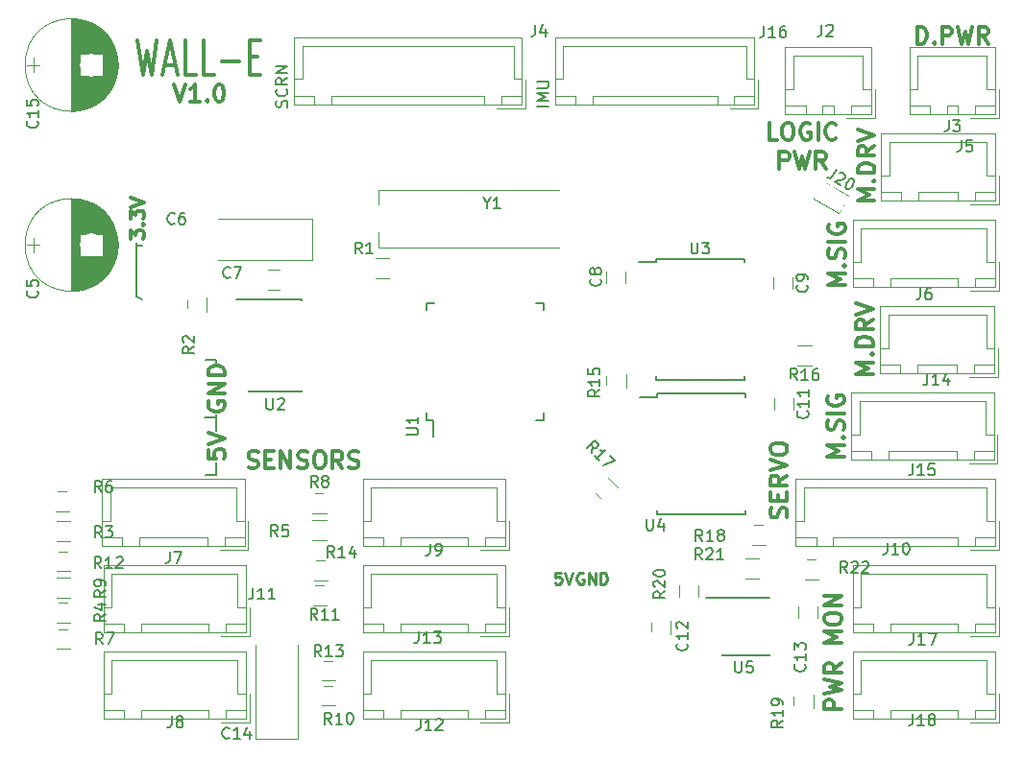
<source format=gto>
G04 #@! TF.FileFunction,Legend,Top*
%FSLAX46Y46*%
G04 Gerber Fmt 4.6, Leading zero omitted, Abs format (unit mm)*
G04 Created by KiCad (PCBNEW 4.0.7-e2-6376~61~ubuntu18.04.1) date Sun Dec  9 20:36:19 2018*
%MOMM*%
%LPD*%
G01*
G04 APERTURE LIST*
%ADD10C,0.100000*%
%ADD11C,0.300000*%
%ADD12C,0.250000*%
%ADD13C,0.200000*%
%ADD14C,0.325000*%
%ADD15C,0.120000*%
%ADD16C,0.150000*%
%ADD17R,2.635200X2.635200*%
%ADD18R,2.150000X2.150000*%
%ADD19C,2.150000*%
%ADD20R,1.500000X0.800000*%
%ADD21R,1.900000X1.650000*%
%ADD22R,1.650000X1.900000*%
%ADD23R,1.900000X1.700000*%
%ADD24R,1.700000X1.900000*%
%ADD25R,0.960000X2.000000*%
%ADD26R,2.000000X0.960000*%
%ADD27R,1.900000X1.000000*%
%ADD28R,1.950000X1.000000*%
%ADD29R,8.275000X2.400000*%
%ADD30C,3.100000*%
%ADD31R,2.100000X2.100000*%
%ADD32O,2.100000X2.100000*%
%ADD33R,2.000000X2.000000*%
%ADD34C,2.000000*%
%ADD35R,4.150000X2.900000*%
%ADD36R,2.900000X4.150000*%
G04 APERTURE END LIST*
D10*
D11*
X70499286Y-20813571D02*
X70999286Y-22313571D01*
X71499286Y-20813571D01*
X72785000Y-22313571D02*
X71927857Y-22313571D01*
X72356429Y-22313571D02*
X72356429Y-20813571D01*
X72213572Y-21027857D01*
X72070714Y-21170714D01*
X71927857Y-21242143D01*
X73427857Y-22170714D02*
X73499285Y-22242143D01*
X73427857Y-22313571D01*
X73356428Y-22242143D01*
X73427857Y-22170714D01*
X73427857Y-22313571D01*
X74427857Y-20813571D02*
X74570714Y-20813571D01*
X74713571Y-20885000D01*
X74785000Y-20956429D01*
X74856429Y-21099286D01*
X74927857Y-21385000D01*
X74927857Y-21742143D01*
X74856429Y-22027857D01*
X74785000Y-22170714D01*
X74713571Y-22242143D01*
X74570714Y-22313571D01*
X74427857Y-22313571D01*
X74285000Y-22242143D01*
X74213571Y-22170714D01*
X74142143Y-22027857D01*
X74070714Y-21742143D01*
X74070714Y-21385000D01*
X74142143Y-21099286D01*
X74213571Y-20956429D01*
X74285000Y-20885000D01*
X74427857Y-20813571D01*
D12*
X106593096Y-63929000D02*
X106497858Y-63881381D01*
X106355001Y-63881381D01*
X106212143Y-63929000D01*
X106116905Y-64024238D01*
X106069286Y-64119476D01*
X106021667Y-64309952D01*
X106021667Y-64452810D01*
X106069286Y-64643286D01*
X106116905Y-64738524D01*
X106212143Y-64833762D01*
X106355001Y-64881381D01*
X106450239Y-64881381D01*
X106593096Y-64833762D01*
X106640715Y-64786143D01*
X106640715Y-64452810D01*
X106450239Y-64452810D01*
X107069286Y-64881381D02*
X107069286Y-63881381D01*
X107640715Y-64881381D01*
X107640715Y-63881381D01*
X108116905Y-64881381D02*
X108116905Y-63881381D01*
X108355000Y-63881381D01*
X108497858Y-63929000D01*
X108593096Y-64024238D01*
X108640715Y-64119476D01*
X108688334Y-64309952D01*
X108688334Y-64452810D01*
X108640715Y-64643286D01*
X108593096Y-64738524D01*
X108497858Y-64833762D01*
X108355000Y-64881381D01*
X108116905Y-64881381D01*
X104624524Y-63881381D02*
X104148333Y-63881381D01*
X104100714Y-64357571D01*
X104148333Y-64309952D01*
X104243571Y-64262333D01*
X104481667Y-64262333D01*
X104576905Y-64309952D01*
X104624524Y-64357571D01*
X104672143Y-64452810D01*
X104672143Y-64690905D01*
X104624524Y-64786143D01*
X104576905Y-64833762D01*
X104481667Y-64881381D01*
X104243571Y-64881381D01*
X104148333Y-64833762D01*
X104100714Y-64786143D01*
X104957857Y-63881381D02*
X105291190Y-64881381D01*
X105624524Y-63881381D01*
D13*
X67185000Y-35035000D02*
X67735000Y-35035000D01*
X67185000Y-39535000D02*
X67685000Y-39785000D01*
X67185000Y-34785000D02*
X67185000Y-39535000D01*
D11*
X66677857Y-34406428D02*
X66677857Y-33663571D01*
X67135000Y-34063571D01*
X67135000Y-33892143D01*
X67192143Y-33777857D01*
X67249286Y-33720714D01*
X67363571Y-33663571D01*
X67649286Y-33663571D01*
X67763571Y-33720714D01*
X67820714Y-33777857D01*
X67877857Y-33892143D01*
X67877857Y-34235000D01*
X67820714Y-34349286D01*
X67763571Y-34406428D01*
X67763571Y-33149286D02*
X67820714Y-33092143D01*
X67877857Y-33149286D01*
X67820714Y-33206429D01*
X67763571Y-33149286D01*
X67877857Y-33149286D01*
X66677857Y-32692142D02*
X66677857Y-31949285D01*
X67135000Y-32349285D01*
X67135000Y-32177857D01*
X67192143Y-32063571D01*
X67249286Y-32006428D01*
X67363571Y-31949285D01*
X67649286Y-31949285D01*
X67763571Y-32006428D01*
X67820714Y-32063571D01*
X67877857Y-32177857D01*
X67877857Y-32520714D01*
X67820714Y-32635000D01*
X67763571Y-32692142D01*
X66677857Y-31606428D02*
X67877857Y-31206428D01*
X66677857Y-30806428D01*
D13*
X74235000Y-55235000D02*
X73335000Y-55235000D01*
X74235000Y-54185000D02*
X74235000Y-55235000D01*
X74235000Y-50185000D02*
X74235000Y-51335000D01*
X74235000Y-50185000D02*
X74235000Y-49935000D01*
X73235000Y-50185000D02*
X74235000Y-50185000D01*
X74235000Y-45135000D02*
X74235000Y-45335000D01*
X73335000Y-45135000D02*
X74235000Y-45135000D01*
D11*
X73585000Y-48777857D02*
X73513571Y-48920714D01*
X73513571Y-49135000D01*
X73585000Y-49349285D01*
X73727857Y-49492143D01*
X73870714Y-49563571D01*
X74156429Y-49635000D01*
X74370714Y-49635000D01*
X74656429Y-49563571D01*
X74799286Y-49492143D01*
X74942143Y-49349285D01*
X75013571Y-49135000D01*
X75013571Y-48992143D01*
X74942143Y-48777857D01*
X74870714Y-48706428D01*
X74370714Y-48706428D01*
X74370714Y-48992143D01*
X75013571Y-48063571D02*
X73513571Y-48063571D01*
X75013571Y-47206428D01*
X73513571Y-47206428D01*
X75013571Y-46492142D02*
X73513571Y-46492142D01*
X73513571Y-46134999D01*
X73585000Y-45920714D01*
X73727857Y-45777856D01*
X73870714Y-45706428D01*
X74156429Y-45634999D01*
X74370714Y-45634999D01*
X74656429Y-45706428D01*
X74799286Y-45777856D01*
X74942143Y-45920714D01*
X75013571Y-46134999D01*
X75013571Y-46492142D01*
X73513571Y-53070713D02*
X73513571Y-53784999D01*
X74227857Y-53856428D01*
X74156429Y-53784999D01*
X74085000Y-53642142D01*
X74085000Y-53284999D01*
X74156429Y-53142142D01*
X74227857Y-53070713D01*
X74370714Y-52999285D01*
X74727857Y-52999285D01*
X74870714Y-53070713D01*
X74942143Y-53142142D01*
X75013571Y-53284999D01*
X75013571Y-53642142D01*
X74942143Y-53784999D01*
X74870714Y-53856428D01*
X73513571Y-52570714D02*
X75013571Y-52070714D01*
X73513571Y-51570714D01*
D14*
X67308809Y-16942143D02*
X67785000Y-19942143D01*
X68165952Y-17799286D01*
X68546905Y-19942143D01*
X69023095Y-16942143D01*
X69689761Y-19085000D02*
X70642142Y-19085000D01*
X69499285Y-19942143D02*
X70165952Y-16942143D01*
X70832619Y-19942143D01*
X72451666Y-19942143D02*
X71499285Y-19942143D01*
X71499285Y-16942143D01*
X74070714Y-19942143D02*
X73118333Y-19942143D01*
X73118333Y-16942143D01*
X74737381Y-18799286D02*
X76261191Y-18799286D01*
X77213571Y-18370714D02*
X77880238Y-18370714D01*
X78165952Y-19942143D02*
X77213571Y-19942143D01*
X77213571Y-16942143D01*
X78165952Y-16942143D01*
D11*
X77077857Y-54592143D02*
X77292143Y-54663571D01*
X77649286Y-54663571D01*
X77792143Y-54592143D01*
X77863572Y-54520714D01*
X77935000Y-54377857D01*
X77935000Y-54235000D01*
X77863572Y-54092143D01*
X77792143Y-54020714D01*
X77649286Y-53949286D01*
X77363572Y-53877857D01*
X77220714Y-53806429D01*
X77149286Y-53735000D01*
X77077857Y-53592143D01*
X77077857Y-53449286D01*
X77149286Y-53306429D01*
X77220714Y-53235000D01*
X77363572Y-53163571D01*
X77720714Y-53163571D01*
X77935000Y-53235000D01*
X78577857Y-53877857D02*
X79077857Y-53877857D01*
X79292143Y-54663571D02*
X78577857Y-54663571D01*
X78577857Y-53163571D01*
X79292143Y-53163571D01*
X79935000Y-54663571D02*
X79935000Y-53163571D01*
X80792143Y-54663571D01*
X80792143Y-53163571D01*
X81435000Y-54592143D02*
X81649286Y-54663571D01*
X82006429Y-54663571D01*
X82149286Y-54592143D01*
X82220715Y-54520714D01*
X82292143Y-54377857D01*
X82292143Y-54235000D01*
X82220715Y-54092143D01*
X82149286Y-54020714D01*
X82006429Y-53949286D01*
X81720715Y-53877857D01*
X81577857Y-53806429D01*
X81506429Y-53735000D01*
X81435000Y-53592143D01*
X81435000Y-53449286D01*
X81506429Y-53306429D01*
X81577857Y-53235000D01*
X81720715Y-53163571D01*
X82077857Y-53163571D01*
X82292143Y-53235000D01*
X83220714Y-53163571D02*
X83506428Y-53163571D01*
X83649286Y-53235000D01*
X83792143Y-53377857D01*
X83863571Y-53663571D01*
X83863571Y-54163571D01*
X83792143Y-54449286D01*
X83649286Y-54592143D01*
X83506428Y-54663571D01*
X83220714Y-54663571D01*
X83077857Y-54592143D01*
X82935000Y-54449286D01*
X82863571Y-54163571D01*
X82863571Y-53663571D01*
X82935000Y-53377857D01*
X83077857Y-53235000D01*
X83220714Y-53163571D01*
X85363572Y-54663571D02*
X84863572Y-53949286D01*
X84506429Y-54663571D02*
X84506429Y-53163571D01*
X85077857Y-53163571D01*
X85220715Y-53235000D01*
X85292143Y-53306429D01*
X85363572Y-53449286D01*
X85363572Y-53663571D01*
X85292143Y-53806429D01*
X85220715Y-53877857D01*
X85077857Y-53949286D01*
X84506429Y-53949286D01*
X85935000Y-54592143D02*
X86149286Y-54663571D01*
X86506429Y-54663571D01*
X86649286Y-54592143D01*
X86720715Y-54520714D01*
X86792143Y-54377857D01*
X86792143Y-54235000D01*
X86720715Y-54092143D01*
X86649286Y-54020714D01*
X86506429Y-53949286D01*
X86220715Y-53877857D01*
X86077857Y-53806429D01*
X86006429Y-53735000D01*
X85935000Y-53592143D01*
X85935000Y-53449286D01*
X86006429Y-53306429D01*
X86077857Y-53235000D01*
X86220715Y-53163571D01*
X86577857Y-53163571D01*
X86792143Y-53235000D01*
X124492143Y-59020714D02*
X124563571Y-58806428D01*
X124563571Y-58449285D01*
X124492143Y-58306428D01*
X124420714Y-58234999D01*
X124277857Y-58163571D01*
X124135000Y-58163571D01*
X123992143Y-58234999D01*
X123920714Y-58306428D01*
X123849286Y-58449285D01*
X123777857Y-58734999D01*
X123706429Y-58877857D01*
X123635000Y-58949285D01*
X123492143Y-59020714D01*
X123349286Y-59020714D01*
X123206429Y-58949285D01*
X123135000Y-58877857D01*
X123063571Y-58734999D01*
X123063571Y-58377857D01*
X123135000Y-58163571D01*
X123777857Y-57520714D02*
X123777857Y-57020714D01*
X124563571Y-56806428D02*
X124563571Y-57520714D01*
X123063571Y-57520714D01*
X123063571Y-56806428D01*
X124563571Y-55306428D02*
X123849286Y-55806428D01*
X124563571Y-56163571D02*
X123063571Y-56163571D01*
X123063571Y-55592143D01*
X123135000Y-55449285D01*
X123206429Y-55377857D01*
X123349286Y-55306428D01*
X123563571Y-55306428D01*
X123706429Y-55377857D01*
X123777857Y-55449285D01*
X123849286Y-55592143D01*
X123849286Y-56163571D01*
X123063571Y-54877857D02*
X124563571Y-54377857D01*
X123063571Y-53877857D01*
X123063571Y-53092143D02*
X123063571Y-52806429D01*
X123135000Y-52663571D01*
X123277857Y-52520714D01*
X123563571Y-52449286D01*
X124063571Y-52449286D01*
X124349286Y-52520714D01*
X124492143Y-52663571D01*
X124563571Y-52806429D01*
X124563571Y-53092143D01*
X124492143Y-53235000D01*
X124349286Y-53377857D01*
X124063571Y-53449286D01*
X123563571Y-53449286D01*
X123277857Y-53377857D01*
X123135000Y-53235000D01*
X123063571Y-53092143D01*
X129363571Y-75935000D02*
X127863571Y-75935000D01*
X127863571Y-75363572D01*
X127935000Y-75220714D01*
X128006429Y-75149286D01*
X128149286Y-75077857D01*
X128363571Y-75077857D01*
X128506429Y-75149286D01*
X128577857Y-75220714D01*
X128649286Y-75363572D01*
X128649286Y-75935000D01*
X127863571Y-74577857D02*
X129363571Y-74220714D01*
X128292143Y-73935000D01*
X129363571Y-73649286D01*
X127863571Y-73292143D01*
X129363571Y-71863571D02*
X128649286Y-72363571D01*
X129363571Y-72720714D02*
X127863571Y-72720714D01*
X127863571Y-72149286D01*
X127935000Y-72006428D01*
X128006429Y-71935000D01*
X128149286Y-71863571D01*
X128363571Y-71863571D01*
X128506429Y-71935000D01*
X128577857Y-72006428D01*
X128649286Y-72149286D01*
X128649286Y-72720714D01*
X129363571Y-70077857D02*
X127863571Y-70077857D01*
X128935000Y-69577857D01*
X127863571Y-69077857D01*
X129363571Y-69077857D01*
X127863571Y-68077857D02*
X127863571Y-67792143D01*
X127935000Y-67649285D01*
X128077857Y-67506428D01*
X128363571Y-67435000D01*
X128863571Y-67435000D01*
X129149286Y-67506428D01*
X129292143Y-67649285D01*
X129363571Y-67792143D01*
X129363571Y-68077857D01*
X129292143Y-68220714D01*
X129149286Y-68363571D01*
X128863571Y-68435000D01*
X128363571Y-68435000D01*
X128077857Y-68363571D01*
X127935000Y-68220714D01*
X127863571Y-68077857D01*
X129363571Y-66792142D02*
X127863571Y-66792142D01*
X129363571Y-65934999D01*
X127863571Y-65934999D01*
X129563571Y-53663571D02*
X128063571Y-53663571D01*
X129135000Y-53163571D01*
X128063571Y-52663571D01*
X129563571Y-52663571D01*
X129420714Y-51949285D02*
X129492143Y-51877857D01*
X129563571Y-51949285D01*
X129492143Y-52020714D01*
X129420714Y-51949285D01*
X129563571Y-51949285D01*
X129492143Y-51306428D02*
X129563571Y-51092142D01*
X129563571Y-50734999D01*
X129492143Y-50592142D01*
X129420714Y-50520713D01*
X129277857Y-50449285D01*
X129135000Y-50449285D01*
X128992143Y-50520713D01*
X128920714Y-50592142D01*
X128849286Y-50734999D01*
X128777857Y-51020713D01*
X128706429Y-51163571D01*
X128635000Y-51234999D01*
X128492143Y-51306428D01*
X128349286Y-51306428D01*
X128206429Y-51234999D01*
X128135000Y-51163571D01*
X128063571Y-51020713D01*
X128063571Y-50663571D01*
X128135000Y-50449285D01*
X129563571Y-49806428D02*
X128063571Y-49806428D01*
X128135000Y-48306428D02*
X128063571Y-48449285D01*
X128063571Y-48663571D01*
X128135000Y-48877856D01*
X128277857Y-49020714D01*
X128420714Y-49092142D01*
X128706429Y-49163571D01*
X128920714Y-49163571D01*
X129206429Y-49092142D01*
X129349286Y-49020714D01*
X129492143Y-48877856D01*
X129563571Y-48663571D01*
X129563571Y-48520714D01*
X129492143Y-48306428D01*
X129420714Y-48234999D01*
X128920714Y-48234999D01*
X128920714Y-48520714D01*
X132113571Y-46335000D02*
X130613571Y-46335000D01*
X131685000Y-45835000D01*
X130613571Y-45335000D01*
X132113571Y-45335000D01*
X131970714Y-44620714D02*
X132042143Y-44549286D01*
X132113571Y-44620714D01*
X132042143Y-44692143D01*
X131970714Y-44620714D01*
X132113571Y-44620714D01*
X132113571Y-43906428D02*
X130613571Y-43906428D01*
X130613571Y-43549285D01*
X130685000Y-43335000D01*
X130827857Y-43192142D01*
X130970714Y-43120714D01*
X131256429Y-43049285D01*
X131470714Y-43049285D01*
X131756429Y-43120714D01*
X131899286Y-43192142D01*
X132042143Y-43335000D01*
X132113571Y-43549285D01*
X132113571Y-43906428D01*
X132113571Y-41549285D02*
X131399286Y-42049285D01*
X132113571Y-42406428D02*
X130613571Y-42406428D01*
X130613571Y-41835000D01*
X130685000Y-41692142D01*
X130756429Y-41620714D01*
X130899286Y-41549285D01*
X131113571Y-41549285D01*
X131256429Y-41620714D01*
X131327857Y-41692142D01*
X131399286Y-41835000D01*
X131399286Y-42406428D01*
X130613571Y-41120714D02*
X132113571Y-40620714D01*
X130613571Y-40120714D01*
X129663571Y-38513571D02*
X128163571Y-38513571D01*
X129235000Y-38013571D01*
X128163571Y-37513571D01*
X129663571Y-37513571D01*
X129520714Y-36799285D02*
X129592143Y-36727857D01*
X129663571Y-36799285D01*
X129592143Y-36870714D01*
X129520714Y-36799285D01*
X129663571Y-36799285D01*
X129592143Y-36156428D02*
X129663571Y-35942142D01*
X129663571Y-35584999D01*
X129592143Y-35442142D01*
X129520714Y-35370713D01*
X129377857Y-35299285D01*
X129235000Y-35299285D01*
X129092143Y-35370713D01*
X129020714Y-35442142D01*
X128949286Y-35584999D01*
X128877857Y-35870713D01*
X128806429Y-36013571D01*
X128735000Y-36084999D01*
X128592143Y-36156428D01*
X128449286Y-36156428D01*
X128306429Y-36084999D01*
X128235000Y-36013571D01*
X128163571Y-35870713D01*
X128163571Y-35513571D01*
X128235000Y-35299285D01*
X129663571Y-34656428D02*
X128163571Y-34656428D01*
X128235000Y-33156428D02*
X128163571Y-33299285D01*
X128163571Y-33513571D01*
X128235000Y-33727856D01*
X128377857Y-33870714D01*
X128520714Y-33942142D01*
X128806429Y-34013571D01*
X129020714Y-34013571D01*
X129306429Y-33942142D01*
X129449286Y-33870714D01*
X129592143Y-33727856D01*
X129663571Y-33513571D01*
X129663571Y-33370714D01*
X129592143Y-33156428D01*
X129520714Y-33084999D01*
X129020714Y-33084999D01*
X129020714Y-33370714D01*
X132263571Y-31035000D02*
X130763571Y-31035000D01*
X131835000Y-30535000D01*
X130763571Y-30035000D01*
X132263571Y-30035000D01*
X132120714Y-29320714D02*
X132192143Y-29249286D01*
X132263571Y-29320714D01*
X132192143Y-29392143D01*
X132120714Y-29320714D01*
X132263571Y-29320714D01*
X132263571Y-28606428D02*
X130763571Y-28606428D01*
X130763571Y-28249285D01*
X130835000Y-28035000D01*
X130977857Y-27892142D01*
X131120714Y-27820714D01*
X131406429Y-27749285D01*
X131620714Y-27749285D01*
X131906429Y-27820714D01*
X132049286Y-27892142D01*
X132192143Y-28035000D01*
X132263571Y-28249285D01*
X132263571Y-28606428D01*
X132263571Y-26249285D02*
X131549286Y-26749285D01*
X132263571Y-27106428D02*
X130763571Y-27106428D01*
X130763571Y-26535000D01*
X130835000Y-26392142D01*
X130906429Y-26320714D01*
X131049286Y-26249285D01*
X131263571Y-26249285D01*
X131406429Y-26320714D01*
X131477857Y-26392142D01*
X131549286Y-26535000D01*
X131549286Y-27106428D01*
X130763571Y-25820714D02*
X132263571Y-25320714D01*
X130763571Y-24820714D01*
X136027857Y-17213571D02*
X136027857Y-15713571D01*
X136385000Y-15713571D01*
X136599285Y-15785000D01*
X136742143Y-15927857D01*
X136813571Y-16070714D01*
X136885000Y-16356429D01*
X136885000Y-16570714D01*
X136813571Y-16856429D01*
X136742143Y-16999286D01*
X136599285Y-17142143D01*
X136385000Y-17213571D01*
X136027857Y-17213571D01*
X137527857Y-17070714D02*
X137599285Y-17142143D01*
X137527857Y-17213571D01*
X137456428Y-17142143D01*
X137527857Y-17070714D01*
X137527857Y-17213571D01*
X138242143Y-17213571D02*
X138242143Y-15713571D01*
X138813571Y-15713571D01*
X138956429Y-15785000D01*
X139027857Y-15856429D01*
X139099286Y-15999286D01*
X139099286Y-16213571D01*
X139027857Y-16356429D01*
X138956429Y-16427857D01*
X138813571Y-16499286D01*
X138242143Y-16499286D01*
X139599286Y-15713571D02*
X139956429Y-17213571D01*
X140242143Y-16142143D01*
X140527857Y-17213571D01*
X140885000Y-15713571D01*
X142313572Y-17213571D02*
X141813572Y-16499286D01*
X141456429Y-17213571D02*
X141456429Y-15713571D01*
X142027857Y-15713571D01*
X142170715Y-15785000D01*
X142242143Y-15856429D01*
X142313572Y-15999286D01*
X142313572Y-16213571D01*
X142242143Y-16356429D01*
X142170715Y-16427857D01*
X142027857Y-16499286D01*
X141456429Y-16499286D01*
X123706429Y-25688571D02*
X122992143Y-25688571D01*
X122992143Y-24188571D01*
X124492143Y-24188571D02*
X124777857Y-24188571D01*
X124920715Y-24260000D01*
X125063572Y-24402857D01*
X125135000Y-24688571D01*
X125135000Y-25188571D01*
X125063572Y-25474286D01*
X124920715Y-25617143D01*
X124777857Y-25688571D01*
X124492143Y-25688571D01*
X124349286Y-25617143D01*
X124206429Y-25474286D01*
X124135000Y-25188571D01*
X124135000Y-24688571D01*
X124206429Y-24402857D01*
X124349286Y-24260000D01*
X124492143Y-24188571D01*
X126563572Y-24260000D02*
X126420715Y-24188571D01*
X126206429Y-24188571D01*
X125992144Y-24260000D01*
X125849286Y-24402857D01*
X125777858Y-24545714D01*
X125706429Y-24831429D01*
X125706429Y-25045714D01*
X125777858Y-25331429D01*
X125849286Y-25474286D01*
X125992144Y-25617143D01*
X126206429Y-25688571D01*
X126349286Y-25688571D01*
X126563572Y-25617143D01*
X126635001Y-25545714D01*
X126635001Y-25045714D01*
X126349286Y-25045714D01*
X127277858Y-25688571D02*
X127277858Y-24188571D01*
X128849287Y-25545714D02*
X128777858Y-25617143D01*
X128563572Y-25688571D01*
X128420715Y-25688571D01*
X128206430Y-25617143D01*
X128063572Y-25474286D01*
X127992144Y-25331429D01*
X127920715Y-25045714D01*
X127920715Y-24831429D01*
X127992144Y-24545714D01*
X128063572Y-24402857D01*
X128206430Y-24260000D01*
X128420715Y-24188571D01*
X128563572Y-24188571D01*
X128777858Y-24260000D01*
X128849287Y-24331429D01*
X123885000Y-28238571D02*
X123885000Y-26738571D01*
X124456428Y-26738571D01*
X124599286Y-26810000D01*
X124670714Y-26881429D01*
X124742143Y-27024286D01*
X124742143Y-27238571D01*
X124670714Y-27381429D01*
X124599286Y-27452857D01*
X124456428Y-27524286D01*
X123885000Y-27524286D01*
X125242143Y-26738571D02*
X125599286Y-28238571D01*
X125885000Y-27167143D01*
X126170714Y-28238571D01*
X126527857Y-26738571D01*
X127956429Y-28238571D02*
X127456429Y-27524286D01*
X127099286Y-28238571D02*
X127099286Y-26738571D01*
X127670714Y-26738571D01*
X127813572Y-26810000D01*
X127885000Y-26881429D01*
X127956429Y-27024286D01*
X127956429Y-27238571D01*
X127885000Y-27381429D01*
X127813572Y-27452857D01*
X127670714Y-27524286D01*
X127099286Y-27524286D01*
D13*
X103537381Y-22725238D02*
X102537381Y-22725238D01*
X103537381Y-22249048D02*
X102537381Y-22249048D01*
X103251667Y-21915714D01*
X102537381Y-21582381D01*
X103537381Y-21582381D01*
X102537381Y-21106191D02*
X103346905Y-21106191D01*
X103442143Y-21058572D01*
X103489762Y-21010953D01*
X103537381Y-20915715D01*
X103537381Y-20725238D01*
X103489762Y-20630000D01*
X103442143Y-20582381D01*
X103346905Y-20534762D01*
X102537381Y-20534762D01*
X80454762Y-22804524D02*
X80502381Y-22661667D01*
X80502381Y-22423571D01*
X80454762Y-22328333D01*
X80407143Y-22280714D01*
X80311905Y-22233095D01*
X80216667Y-22233095D01*
X80121429Y-22280714D01*
X80073810Y-22328333D01*
X80026190Y-22423571D01*
X79978571Y-22614048D01*
X79930952Y-22709286D01*
X79883333Y-22756905D01*
X79788095Y-22804524D01*
X79692857Y-22804524D01*
X79597619Y-22756905D01*
X79550000Y-22709286D01*
X79502381Y-22614048D01*
X79502381Y-22375952D01*
X79550000Y-22233095D01*
X80407143Y-21233095D02*
X80454762Y-21280714D01*
X80502381Y-21423571D01*
X80502381Y-21518809D01*
X80454762Y-21661667D01*
X80359524Y-21756905D01*
X80264286Y-21804524D01*
X80073810Y-21852143D01*
X79930952Y-21852143D01*
X79740476Y-21804524D01*
X79645238Y-21756905D01*
X79550000Y-21661667D01*
X79502381Y-21518809D01*
X79502381Y-21423571D01*
X79550000Y-21280714D01*
X79597619Y-21233095D01*
X80502381Y-20233095D02*
X80026190Y-20566429D01*
X80502381Y-20804524D02*
X79502381Y-20804524D01*
X79502381Y-20423571D01*
X79550000Y-20328333D01*
X79597619Y-20280714D01*
X79692857Y-20233095D01*
X79835714Y-20233095D01*
X79930952Y-20280714D01*
X79978571Y-20328333D01*
X80026190Y-20423571D01*
X80026190Y-20804524D01*
X80502381Y-19804524D02*
X79502381Y-19804524D01*
X80502381Y-19233095D01*
X79502381Y-19233095D01*
D15*
X131985000Y-23445000D02*
X131985000Y-17495000D01*
X131985000Y-17495000D02*
X124385000Y-17495000D01*
X124385000Y-17495000D02*
X124385000Y-23445000D01*
X124385000Y-23445000D02*
X131985000Y-23445000D01*
X128685000Y-23445000D02*
X128685000Y-22695000D01*
X128685000Y-22695000D02*
X127685000Y-22695000D01*
X127685000Y-22695000D02*
X127685000Y-23445000D01*
X127685000Y-23445000D02*
X128685000Y-23445000D01*
X131985000Y-23445000D02*
X131985000Y-22695000D01*
X131985000Y-22695000D02*
X130185000Y-22695000D01*
X130185000Y-22695000D02*
X130185000Y-23445000D01*
X130185000Y-23445000D02*
X131985000Y-23445000D01*
X126185000Y-23445000D02*
X126185000Y-22695000D01*
X126185000Y-22695000D02*
X124385000Y-22695000D01*
X124385000Y-22695000D02*
X124385000Y-23445000D01*
X124385000Y-23445000D02*
X126185000Y-23445000D01*
X131985000Y-21195000D02*
X131235000Y-21195000D01*
X131235000Y-21195000D02*
X131235000Y-18245000D01*
X131235000Y-18245000D02*
X128185000Y-18245000D01*
X124385000Y-21195000D02*
X125135000Y-21195000D01*
X125135000Y-21195000D02*
X125135000Y-18245000D01*
X125135000Y-18245000D02*
X128185000Y-18245000D01*
X129785000Y-23745000D02*
X132285000Y-23745000D01*
X132285000Y-23745000D02*
X132285000Y-21245000D01*
D16*
X81742958Y-39810252D02*
X81742958Y-39835252D01*
X81742958Y-47860252D02*
X81742958Y-47835252D01*
X77092958Y-47860252D02*
X77092958Y-47835252D01*
X76017958Y-39760252D02*
X81742958Y-39760252D01*
X77092958Y-47860252D02*
X81742958Y-47860252D01*
D15*
X78785000Y-38885000D02*
X79785000Y-38885000D01*
X79785000Y-37185000D02*
X78785000Y-37185000D01*
X108630044Y-37286756D02*
X108630044Y-38286756D01*
X110330044Y-38286756D02*
X110330044Y-37286756D01*
X125035000Y-38835000D02*
X125035000Y-37835000D01*
X123335000Y-37835000D02*
X123335000Y-38835000D01*
X125085000Y-49485000D02*
X125085000Y-48485000D01*
X123385000Y-48485000D02*
X123385000Y-49485000D01*
X142925000Y-23445000D02*
X142925000Y-17495000D01*
X142925000Y-17495000D02*
X135325000Y-17495000D01*
X135325000Y-17495000D02*
X135325000Y-23445000D01*
X135325000Y-23445000D02*
X142925000Y-23445000D01*
X139625000Y-23445000D02*
X139625000Y-22695000D01*
X139625000Y-22695000D02*
X138625000Y-22695000D01*
X138625000Y-22695000D02*
X138625000Y-23445000D01*
X138625000Y-23445000D02*
X139625000Y-23445000D01*
X142925000Y-23445000D02*
X142925000Y-22695000D01*
X142925000Y-22695000D02*
X141125000Y-22695000D01*
X141125000Y-22695000D02*
X141125000Y-23445000D01*
X141125000Y-23445000D02*
X142925000Y-23445000D01*
X137125000Y-23445000D02*
X137125000Y-22695000D01*
X137125000Y-22695000D02*
X135325000Y-22695000D01*
X135325000Y-22695000D02*
X135325000Y-23445000D01*
X135325000Y-23445000D02*
X137125000Y-23445000D01*
X142925000Y-21195000D02*
X142175000Y-21195000D01*
X142175000Y-21195000D02*
X142175000Y-18245000D01*
X142175000Y-18245000D02*
X139125000Y-18245000D01*
X135325000Y-21195000D02*
X136075000Y-21195000D01*
X136075000Y-21195000D02*
X136075000Y-18245000D01*
X136075000Y-18245000D02*
X139125000Y-18245000D01*
X140725000Y-23745000D02*
X143225000Y-23745000D01*
X143225000Y-23745000D02*
X143225000Y-21245000D01*
X101185000Y-22585000D02*
X101185000Y-16635000D01*
X101185000Y-16635000D02*
X81085000Y-16635000D01*
X81085000Y-16635000D02*
X81085000Y-22585000D01*
X81085000Y-22585000D02*
X101185000Y-22585000D01*
X97885000Y-22585000D02*
X97885000Y-21835000D01*
X97885000Y-21835000D02*
X84385000Y-21835000D01*
X84385000Y-21835000D02*
X84385000Y-22585000D01*
X84385000Y-22585000D02*
X97885000Y-22585000D01*
X101185000Y-22585000D02*
X101185000Y-21835000D01*
X101185000Y-21835000D02*
X99385000Y-21835000D01*
X99385000Y-21835000D02*
X99385000Y-22585000D01*
X99385000Y-22585000D02*
X101185000Y-22585000D01*
X82885000Y-22585000D02*
X82885000Y-21835000D01*
X82885000Y-21835000D02*
X81085000Y-21835000D01*
X81085000Y-21835000D02*
X81085000Y-22585000D01*
X81085000Y-22585000D02*
X82885000Y-22585000D01*
X101185000Y-20335000D02*
X100435000Y-20335000D01*
X100435000Y-20335000D02*
X100435000Y-17385000D01*
X100435000Y-17385000D02*
X91135000Y-17385000D01*
X81085000Y-20335000D02*
X81835000Y-20335000D01*
X81835000Y-20335000D02*
X81835000Y-17385000D01*
X81835000Y-17385000D02*
X91135000Y-17385000D01*
X98985000Y-22885000D02*
X101485000Y-22885000D01*
X101485000Y-22885000D02*
X101485000Y-20385000D01*
X142925000Y-31065000D02*
X142925000Y-25115000D01*
X142925000Y-25115000D02*
X132825000Y-25115000D01*
X132825000Y-25115000D02*
X132825000Y-31065000D01*
X132825000Y-31065000D02*
X142925000Y-31065000D01*
X139625000Y-31065000D02*
X139625000Y-30315000D01*
X139625000Y-30315000D02*
X136125000Y-30315000D01*
X136125000Y-30315000D02*
X136125000Y-31065000D01*
X136125000Y-31065000D02*
X139625000Y-31065000D01*
X142925000Y-31065000D02*
X142925000Y-30315000D01*
X142925000Y-30315000D02*
X141125000Y-30315000D01*
X141125000Y-30315000D02*
X141125000Y-31065000D01*
X141125000Y-31065000D02*
X142925000Y-31065000D01*
X134625000Y-31065000D02*
X134625000Y-30315000D01*
X134625000Y-30315000D02*
X132825000Y-30315000D01*
X132825000Y-30315000D02*
X132825000Y-31065000D01*
X132825000Y-31065000D02*
X134625000Y-31065000D01*
X142925000Y-28815000D02*
X142175000Y-28815000D01*
X142175000Y-28815000D02*
X142175000Y-25865000D01*
X142175000Y-25865000D02*
X137875000Y-25865000D01*
X132825000Y-28815000D02*
X133575000Y-28815000D01*
X133575000Y-28815000D02*
X133575000Y-25865000D01*
X133575000Y-25865000D02*
X137875000Y-25865000D01*
X140725000Y-31365000D02*
X143225000Y-31365000D01*
X143225000Y-31365000D02*
X143225000Y-28865000D01*
X142925000Y-38685000D02*
X142925000Y-32735000D01*
X142925000Y-32735000D02*
X130325000Y-32735000D01*
X130325000Y-32735000D02*
X130325000Y-38685000D01*
X130325000Y-38685000D02*
X142925000Y-38685000D01*
X139625000Y-38685000D02*
X139625000Y-37935000D01*
X139625000Y-37935000D02*
X133625000Y-37935000D01*
X133625000Y-37935000D02*
X133625000Y-38685000D01*
X133625000Y-38685000D02*
X139625000Y-38685000D01*
X142925000Y-38685000D02*
X142925000Y-37935000D01*
X142925000Y-37935000D02*
X141125000Y-37935000D01*
X141125000Y-37935000D02*
X141125000Y-38685000D01*
X141125000Y-38685000D02*
X142925000Y-38685000D01*
X132125000Y-38685000D02*
X132125000Y-37935000D01*
X132125000Y-37935000D02*
X130325000Y-37935000D01*
X130325000Y-37935000D02*
X130325000Y-38685000D01*
X130325000Y-38685000D02*
X132125000Y-38685000D01*
X142925000Y-36435000D02*
X142175000Y-36435000D01*
X142175000Y-36435000D02*
X142175000Y-33485000D01*
X142175000Y-33485000D02*
X136625000Y-33485000D01*
X130325000Y-36435000D02*
X131075000Y-36435000D01*
X131075000Y-36435000D02*
X131075000Y-33485000D01*
X131075000Y-33485000D02*
X136625000Y-33485000D01*
X140725000Y-38985000D02*
X143225000Y-38985000D01*
X143225000Y-38985000D02*
X143225000Y-36485000D01*
X142925000Y-61545000D02*
X142925000Y-55595000D01*
X142925000Y-55595000D02*
X125325000Y-55595000D01*
X125325000Y-55595000D02*
X125325000Y-61545000D01*
X125325000Y-61545000D02*
X142925000Y-61545000D01*
X139625000Y-61545000D02*
X139625000Y-60795000D01*
X139625000Y-60795000D02*
X128625000Y-60795000D01*
X128625000Y-60795000D02*
X128625000Y-61545000D01*
X128625000Y-61545000D02*
X139625000Y-61545000D01*
X142925000Y-61545000D02*
X142925000Y-60795000D01*
X142925000Y-60795000D02*
X141125000Y-60795000D01*
X141125000Y-60795000D02*
X141125000Y-61545000D01*
X141125000Y-61545000D02*
X142925000Y-61545000D01*
X127125000Y-61545000D02*
X127125000Y-60795000D01*
X127125000Y-60795000D02*
X125325000Y-60795000D01*
X125325000Y-60795000D02*
X125325000Y-61545000D01*
X125325000Y-61545000D02*
X127125000Y-61545000D01*
X142925000Y-59295000D02*
X142175000Y-59295000D01*
X142175000Y-59295000D02*
X142175000Y-56345000D01*
X142175000Y-56345000D02*
X134125000Y-56345000D01*
X125325000Y-59295000D02*
X126075000Y-59295000D01*
X126075000Y-59295000D02*
X126075000Y-56345000D01*
X126075000Y-56345000D02*
X134125000Y-56345000D01*
X140725000Y-61845000D02*
X143225000Y-61845000D01*
X143225000Y-61845000D02*
X143225000Y-59345000D01*
X142845000Y-46305000D02*
X142845000Y-40355000D01*
X142845000Y-40355000D02*
X132745000Y-40355000D01*
X132745000Y-40355000D02*
X132745000Y-46305000D01*
X132745000Y-46305000D02*
X142845000Y-46305000D01*
X139545000Y-46305000D02*
X139545000Y-45555000D01*
X139545000Y-45555000D02*
X136045000Y-45555000D01*
X136045000Y-45555000D02*
X136045000Y-46305000D01*
X136045000Y-46305000D02*
X139545000Y-46305000D01*
X142845000Y-46305000D02*
X142845000Y-45555000D01*
X142845000Y-45555000D02*
X141045000Y-45555000D01*
X141045000Y-45555000D02*
X141045000Y-46305000D01*
X141045000Y-46305000D02*
X142845000Y-46305000D01*
X134545000Y-46305000D02*
X134545000Y-45555000D01*
X134545000Y-45555000D02*
X132745000Y-45555000D01*
X132745000Y-45555000D02*
X132745000Y-46305000D01*
X132745000Y-46305000D02*
X134545000Y-46305000D01*
X142845000Y-44055000D02*
X142095000Y-44055000D01*
X142095000Y-44055000D02*
X142095000Y-41105000D01*
X142095000Y-41105000D02*
X137795000Y-41105000D01*
X132745000Y-44055000D02*
X133495000Y-44055000D01*
X133495000Y-44055000D02*
X133495000Y-41105000D01*
X133495000Y-41105000D02*
X137795000Y-41105000D01*
X140645000Y-46605000D02*
X143145000Y-46605000D01*
X143145000Y-46605000D02*
X143145000Y-44105000D01*
X142805000Y-53925000D02*
X142805000Y-47975000D01*
X142805000Y-47975000D02*
X130205000Y-47975000D01*
X130205000Y-47975000D02*
X130205000Y-53925000D01*
X130205000Y-53925000D02*
X142805000Y-53925000D01*
X139505000Y-53925000D02*
X139505000Y-53175000D01*
X139505000Y-53175000D02*
X133505000Y-53175000D01*
X133505000Y-53175000D02*
X133505000Y-53925000D01*
X133505000Y-53925000D02*
X139505000Y-53925000D01*
X142805000Y-53925000D02*
X142805000Y-53175000D01*
X142805000Y-53175000D02*
X141005000Y-53175000D01*
X141005000Y-53175000D02*
X141005000Y-53925000D01*
X141005000Y-53925000D02*
X142805000Y-53925000D01*
X132005000Y-53925000D02*
X132005000Y-53175000D01*
X132005000Y-53175000D02*
X130205000Y-53175000D01*
X130205000Y-53175000D02*
X130205000Y-53925000D01*
X130205000Y-53925000D02*
X132005000Y-53925000D01*
X142805000Y-51675000D02*
X142055000Y-51675000D01*
X142055000Y-51675000D02*
X142055000Y-48725000D01*
X142055000Y-48725000D02*
X136505000Y-48725000D01*
X130205000Y-51675000D02*
X130955000Y-51675000D01*
X130955000Y-51675000D02*
X130955000Y-48725000D01*
X130955000Y-48725000D02*
X136505000Y-48725000D01*
X140605000Y-54225000D02*
X143105000Y-54225000D01*
X143105000Y-54225000D02*
X143105000Y-51725000D01*
X88285000Y-36155000D02*
X89485000Y-36155000D01*
X89485000Y-37915000D02*
X88285000Y-37915000D01*
X73415000Y-39635000D02*
X73415000Y-40835000D01*
X71655000Y-40835000D02*
X71655000Y-39635000D01*
X61335000Y-61115000D02*
X60135000Y-61115000D01*
X60135000Y-59355000D02*
X61335000Y-59355000D01*
X61335000Y-68265000D02*
X60135000Y-68265000D01*
X60135000Y-66505000D02*
X61335000Y-66505000D01*
X83935000Y-61015000D02*
X82735000Y-61015000D01*
X82735000Y-59255000D02*
X83935000Y-59255000D01*
X61285000Y-58465000D02*
X60085000Y-58465000D01*
X60085000Y-56705000D02*
X61285000Y-56705000D01*
X61335000Y-70615000D02*
X60135000Y-70615000D01*
X60135000Y-68855000D02*
X61335000Y-68855000D01*
X83935000Y-58615000D02*
X82735000Y-58615000D01*
X82735000Y-56855000D02*
X83935000Y-56855000D01*
X61335000Y-66115000D02*
X60135000Y-66115000D01*
X60135000Y-64355000D02*
X61335000Y-64355000D01*
X84735000Y-75615000D02*
X83535000Y-75615000D01*
X83535000Y-73855000D02*
X84735000Y-73855000D01*
X83985000Y-66765000D02*
X82785000Y-66765000D01*
X82785000Y-65005000D02*
X83985000Y-65005000D01*
X61335000Y-63765000D02*
X60135000Y-63765000D01*
X60135000Y-62005000D02*
X61335000Y-62005000D01*
X84735000Y-73415000D02*
X83535000Y-73415000D01*
X83535000Y-71655000D02*
X84735000Y-71655000D01*
X84035000Y-64565000D02*
X82835000Y-64565000D01*
X82835000Y-62805000D02*
X84035000Y-62805000D01*
X108605000Y-47585000D02*
X108605000Y-46385000D01*
X110365000Y-46385000D02*
X110365000Y-47585000D01*
X125485000Y-43855000D02*
X126685000Y-43855000D01*
X126685000Y-45615000D02*
X125485000Y-45615000D01*
X108732990Y-55488482D02*
X109581518Y-56337010D01*
X108337010Y-57581518D02*
X107488482Y-56732990D01*
X121485000Y-59655000D02*
X122685000Y-59655000D01*
X122685000Y-61415000D02*
X121485000Y-61415000D01*
X126865000Y-74635000D02*
X126865000Y-75835000D01*
X125105000Y-75835000D02*
X125105000Y-74635000D01*
X114315000Y-68135000D02*
X114315000Y-69335000D01*
X112555000Y-69335000D02*
X112555000Y-68135000D01*
X122085000Y-64415000D02*
X120885000Y-64415000D01*
X120885000Y-62655000D02*
X122085000Y-62655000D01*
X127335000Y-64465000D02*
X126135000Y-64465000D01*
X126135000Y-62705000D02*
X127335000Y-62705000D01*
D16*
X92755044Y-50420041D02*
X93355044Y-50420041D01*
X92755044Y-40070041D02*
X93425044Y-40070041D01*
X103105044Y-40070041D02*
X102435044Y-40070041D01*
X103105044Y-50420041D02*
X102435044Y-50420041D01*
X92755044Y-50420041D02*
X92755044Y-49750041D01*
X103105044Y-50420041D02*
X103105044Y-49750041D01*
X103105044Y-40070041D02*
X103105044Y-40740041D01*
X92755044Y-40070041D02*
X92755044Y-40740041D01*
X93355044Y-50420041D02*
X93355044Y-51895041D01*
X113005044Y-36206756D02*
X113005044Y-36481756D01*
X120755044Y-36206756D02*
X120755044Y-36561756D01*
X120755044Y-46856756D02*
X120755044Y-46501756D01*
X113005044Y-46856756D02*
X113005044Y-46501756D01*
X113005044Y-36206756D02*
X120755044Y-36206756D01*
X113005044Y-46856756D02*
X120755044Y-46856756D01*
X113005044Y-36481756D02*
X111480044Y-36481756D01*
X113105044Y-48106756D02*
X113105044Y-48381756D01*
X120855044Y-48106756D02*
X120855044Y-48461756D01*
X120855044Y-58756756D02*
X120855044Y-58401756D01*
X113105044Y-58756756D02*
X113105044Y-58401756D01*
X113105044Y-48106756D02*
X120855044Y-48106756D01*
X113105044Y-58756756D02*
X120855044Y-58756756D01*
X113105044Y-48381756D02*
X111580044Y-48381756D01*
X118810000Y-66060000D02*
X118810000Y-66110000D01*
X122960000Y-66060000D02*
X122960000Y-66205000D01*
X122960000Y-71210000D02*
X122960000Y-71065000D01*
X118810000Y-71210000D02*
X118810000Y-71065000D01*
X118810000Y-66060000D02*
X122960000Y-66060000D01*
X118810000Y-71210000D02*
X122960000Y-71210000D01*
X118810000Y-66110000D02*
X117410000Y-66110000D01*
D15*
X104485000Y-30135000D02*
X88510000Y-30135000D01*
X88510000Y-30135000D02*
X88510000Y-35235000D01*
X88510000Y-35235000D02*
X104485000Y-35235000D01*
X115035000Y-64985000D02*
X115035000Y-65985000D01*
X116735000Y-65985000D02*
X116735000Y-64985000D01*
X127235000Y-67885000D02*
X127235000Y-66885000D01*
X125535000Y-66885000D02*
X125535000Y-67885000D01*
X142925000Y-69165000D02*
X142925000Y-63215000D01*
X142925000Y-63215000D02*
X130325000Y-63215000D01*
X130325000Y-63215000D02*
X130325000Y-69165000D01*
X130325000Y-69165000D02*
X142925000Y-69165000D01*
X139625000Y-69165000D02*
X139625000Y-68415000D01*
X139625000Y-68415000D02*
X133625000Y-68415000D01*
X133625000Y-68415000D02*
X133625000Y-69165000D01*
X133625000Y-69165000D02*
X139625000Y-69165000D01*
X142925000Y-69165000D02*
X142925000Y-68415000D01*
X142925000Y-68415000D02*
X141125000Y-68415000D01*
X141125000Y-68415000D02*
X141125000Y-69165000D01*
X141125000Y-69165000D02*
X142925000Y-69165000D01*
X132125000Y-69165000D02*
X132125000Y-68415000D01*
X132125000Y-68415000D02*
X130325000Y-68415000D01*
X130325000Y-68415000D02*
X130325000Y-69165000D01*
X130325000Y-69165000D02*
X132125000Y-69165000D01*
X142925000Y-66915000D02*
X142175000Y-66915000D01*
X142175000Y-66915000D02*
X142175000Y-63965000D01*
X142175000Y-63965000D02*
X136625000Y-63965000D01*
X130325000Y-66915000D02*
X131075000Y-66915000D01*
X131075000Y-66915000D02*
X131075000Y-63965000D01*
X131075000Y-63965000D02*
X136625000Y-63965000D01*
X140725000Y-69465000D02*
X143225000Y-69465000D01*
X143225000Y-69465000D02*
X143225000Y-66965000D01*
X142925000Y-76785000D02*
X142925000Y-70835000D01*
X142925000Y-70835000D02*
X130325000Y-70835000D01*
X130325000Y-70835000D02*
X130325000Y-76785000D01*
X130325000Y-76785000D02*
X142925000Y-76785000D01*
X139625000Y-76785000D02*
X139625000Y-76035000D01*
X139625000Y-76035000D02*
X133625000Y-76035000D01*
X133625000Y-76035000D02*
X133625000Y-76785000D01*
X133625000Y-76785000D02*
X139625000Y-76785000D01*
X142925000Y-76785000D02*
X142925000Y-76035000D01*
X142925000Y-76035000D02*
X141125000Y-76035000D01*
X141125000Y-76035000D02*
X141125000Y-76785000D01*
X141125000Y-76785000D02*
X142925000Y-76785000D01*
X132125000Y-76785000D02*
X132125000Y-76035000D01*
X132125000Y-76035000D02*
X130325000Y-76035000D01*
X130325000Y-76035000D02*
X130325000Y-76785000D01*
X130325000Y-76785000D02*
X132125000Y-76785000D01*
X142925000Y-74535000D02*
X142175000Y-74535000D01*
X142175000Y-74535000D02*
X142175000Y-71585000D01*
X142175000Y-71585000D02*
X136625000Y-71585000D01*
X130325000Y-74535000D02*
X131075000Y-74535000D01*
X131075000Y-74535000D02*
X131075000Y-71585000D01*
X131075000Y-71585000D02*
X136625000Y-71585000D01*
X140725000Y-77085000D02*
X143225000Y-77085000D01*
X143225000Y-77085000D02*
X143225000Y-74585000D01*
X76765000Y-61545000D02*
X76765000Y-55595000D01*
X76765000Y-55595000D02*
X64165000Y-55595000D01*
X64165000Y-55595000D02*
X64165000Y-61545000D01*
X64165000Y-61545000D02*
X76765000Y-61545000D01*
X73465000Y-61545000D02*
X73465000Y-60795000D01*
X73465000Y-60795000D02*
X67465000Y-60795000D01*
X67465000Y-60795000D02*
X67465000Y-61545000D01*
X67465000Y-61545000D02*
X73465000Y-61545000D01*
X76765000Y-61545000D02*
X76765000Y-60795000D01*
X76765000Y-60795000D02*
X74965000Y-60795000D01*
X74965000Y-60795000D02*
X74965000Y-61545000D01*
X74965000Y-61545000D02*
X76765000Y-61545000D01*
X65965000Y-61545000D02*
X65965000Y-60795000D01*
X65965000Y-60795000D02*
X64165000Y-60795000D01*
X64165000Y-60795000D02*
X64165000Y-61545000D01*
X64165000Y-61545000D02*
X65965000Y-61545000D01*
X76765000Y-59295000D02*
X76015000Y-59295000D01*
X76015000Y-59295000D02*
X76015000Y-56345000D01*
X76015000Y-56345000D02*
X70465000Y-56345000D01*
X64165000Y-59295000D02*
X64915000Y-59295000D01*
X64915000Y-59295000D02*
X64915000Y-56345000D01*
X64915000Y-56345000D02*
X70465000Y-56345000D01*
X74565000Y-61845000D02*
X77065000Y-61845000D01*
X77065000Y-61845000D02*
X77065000Y-59345000D01*
X76885000Y-76785000D02*
X76885000Y-70835000D01*
X76885000Y-70835000D02*
X64285000Y-70835000D01*
X64285000Y-70835000D02*
X64285000Y-76785000D01*
X64285000Y-76785000D02*
X76885000Y-76785000D01*
X73585000Y-76785000D02*
X73585000Y-76035000D01*
X73585000Y-76035000D02*
X67585000Y-76035000D01*
X67585000Y-76035000D02*
X67585000Y-76785000D01*
X67585000Y-76785000D02*
X73585000Y-76785000D01*
X76885000Y-76785000D02*
X76885000Y-76035000D01*
X76885000Y-76035000D02*
X75085000Y-76035000D01*
X75085000Y-76035000D02*
X75085000Y-76785000D01*
X75085000Y-76785000D02*
X76885000Y-76785000D01*
X66085000Y-76785000D02*
X66085000Y-76035000D01*
X66085000Y-76035000D02*
X64285000Y-76035000D01*
X64285000Y-76035000D02*
X64285000Y-76785000D01*
X64285000Y-76785000D02*
X66085000Y-76785000D01*
X76885000Y-74535000D02*
X76135000Y-74535000D01*
X76135000Y-74535000D02*
X76135000Y-71585000D01*
X76135000Y-71585000D02*
X70585000Y-71585000D01*
X64285000Y-74535000D02*
X65035000Y-74535000D01*
X65035000Y-74535000D02*
X65035000Y-71585000D01*
X65035000Y-71585000D02*
X70585000Y-71585000D01*
X74685000Y-77085000D02*
X77185000Y-77085000D01*
X77185000Y-77085000D02*
X77185000Y-74585000D01*
X99745000Y-61545000D02*
X99745000Y-55595000D01*
X99745000Y-55595000D02*
X87145000Y-55595000D01*
X87145000Y-55595000D02*
X87145000Y-61545000D01*
X87145000Y-61545000D02*
X99745000Y-61545000D01*
X96445000Y-61545000D02*
X96445000Y-60795000D01*
X96445000Y-60795000D02*
X90445000Y-60795000D01*
X90445000Y-60795000D02*
X90445000Y-61545000D01*
X90445000Y-61545000D02*
X96445000Y-61545000D01*
X99745000Y-61545000D02*
X99745000Y-60795000D01*
X99745000Y-60795000D02*
X97945000Y-60795000D01*
X97945000Y-60795000D02*
X97945000Y-61545000D01*
X97945000Y-61545000D02*
X99745000Y-61545000D01*
X88945000Y-61545000D02*
X88945000Y-60795000D01*
X88945000Y-60795000D02*
X87145000Y-60795000D01*
X87145000Y-60795000D02*
X87145000Y-61545000D01*
X87145000Y-61545000D02*
X88945000Y-61545000D01*
X99745000Y-59295000D02*
X98995000Y-59295000D01*
X98995000Y-59295000D02*
X98995000Y-56345000D01*
X98995000Y-56345000D02*
X93445000Y-56345000D01*
X87145000Y-59295000D02*
X87895000Y-59295000D01*
X87895000Y-59295000D02*
X87895000Y-56345000D01*
X87895000Y-56345000D02*
X93445000Y-56345000D01*
X97545000Y-61845000D02*
X100045000Y-61845000D01*
X100045000Y-61845000D02*
X100045000Y-59345000D01*
X76885000Y-69165000D02*
X76885000Y-63215000D01*
X76885000Y-63215000D02*
X64285000Y-63215000D01*
X64285000Y-63215000D02*
X64285000Y-69165000D01*
X64285000Y-69165000D02*
X76885000Y-69165000D01*
X73585000Y-69165000D02*
X73585000Y-68415000D01*
X73585000Y-68415000D02*
X67585000Y-68415000D01*
X67585000Y-68415000D02*
X67585000Y-69165000D01*
X67585000Y-69165000D02*
X73585000Y-69165000D01*
X76885000Y-69165000D02*
X76885000Y-68415000D01*
X76885000Y-68415000D02*
X75085000Y-68415000D01*
X75085000Y-68415000D02*
X75085000Y-69165000D01*
X75085000Y-69165000D02*
X76885000Y-69165000D01*
X66085000Y-69165000D02*
X66085000Y-68415000D01*
X66085000Y-68415000D02*
X64285000Y-68415000D01*
X64285000Y-68415000D02*
X64285000Y-69165000D01*
X64285000Y-69165000D02*
X66085000Y-69165000D01*
X76885000Y-66915000D02*
X76135000Y-66915000D01*
X76135000Y-66915000D02*
X76135000Y-63965000D01*
X76135000Y-63965000D02*
X70585000Y-63965000D01*
X64285000Y-66915000D02*
X65035000Y-66915000D01*
X65035000Y-66915000D02*
X65035000Y-63965000D01*
X65035000Y-63965000D02*
X70585000Y-63965000D01*
X74685000Y-69465000D02*
X77185000Y-69465000D01*
X77185000Y-69465000D02*
X77185000Y-66965000D01*
X99745000Y-76785000D02*
X99745000Y-70835000D01*
X99745000Y-70835000D02*
X87145000Y-70835000D01*
X87145000Y-70835000D02*
X87145000Y-76785000D01*
X87145000Y-76785000D02*
X99745000Y-76785000D01*
X96445000Y-76785000D02*
X96445000Y-76035000D01*
X96445000Y-76035000D02*
X90445000Y-76035000D01*
X90445000Y-76035000D02*
X90445000Y-76785000D01*
X90445000Y-76785000D02*
X96445000Y-76785000D01*
X99745000Y-76785000D02*
X99745000Y-76035000D01*
X99745000Y-76035000D02*
X97945000Y-76035000D01*
X97945000Y-76035000D02*
X97945000Y-76785000D01*
X97945000Y-76785000D02*
X99745000Y-76785000D01*
X88945000Y-76785000D02*
X88945000Y-76035000D01*
X88945000Y-76035000D02*
X87145000Y-76035000D01*
X87145000Y-76035000D02*
X87145000Y-76785000D01*
X87145000Y-76785000D02*
X88945000Y-76785000D01*
X99745000Y-74535000D02*
X98995000Y-74535000D01*
X98995000Y-74535000D02*
X98995000Y-71585000D01*
X98995000Y-71585000D02*
X93445000Y-71585000D01*
X87145000Y-74535000D02*
X87895000Y-74535000D01*
X87895000Y-74535000D02*
X87895000Y-71585000D01*
X87895000Y-71585000D02*
X93445000Y-71585000D01*
X97545000Y-77085000D02*
X100045000Y-77085000D01*
X100045000Y-77085000D02*
X100045000Y-74585000D01*
X99745000Y-69165000D02*
X99745000Y-63215000D01*
X99745000Y-63215000D02*
X87145000Y-63215000D01*
X87145000Y-63215000D02*
X87145000Y-69165000D01*
X87145000Y-69165000D02*
X99745000Y-69165000D01*
X96445000Y-69165000D02*
X96445000Y-68415000D01*
X96445000Y-68415000D02*
X90445000Y-68415000D01*
X90445000Y-68415000D02*
X90445000Y-69165000D01*
X90445000Y-69165000D02*
X96445000Y-69165000D01*
X99745000Y-69165000D02*
X99745000Y-68415000D01*
X99745000Y-68415000D02*
X97945000Y-68415000D01*
X97945000Y-68415000D02*
X97945000Y-69165000D01*
X97945000Y-69165000D02*
X99745000Y-69165000D01*
X88945000Y-69165000D02*
X88945000Y-68415000D01*
X88945000Y-68415000D02*
X87145000Y-68415000D01*
X87145000Y-68415000D02*
X87145000Y-69165000D01*
X87145000Y-69165000D02*
X88945000Y-69165000D01*
X99745000Y-66915000D02*
X98995000Y-66915000D01*
X98995000Y-66915000D02*
X98995000Y-63965000D01*
X98995000Y-63965000D02*
X93445000Y-63965000D01*
X87145000Y-66915000D02*
X87895000Y-66915000D01*
X87895000Y-66915000D02*
X87895000Y-63965000D01*
X87895000Y-63965000D02*
X93445000Y-63965000D01*
X97545000Y-69465000D02*
X100045000Y-69465000D01*
X100045000Y-69465000D02*
X100045000Y-66965000D01*
X121685000Y-22585000D02*
X121685000Y-16635000D01*
X121685000Y-16635000D02*
X104085000Y-16635000D01*
X104085000Y-16635000D02*
X104085000Y-22585000D01*
X104085000Y-22585000D02*
X121685000Y-22585000D01*
X118385000Y-22585000D02*
X118385000Y-21835000D01*
X118385000Y-21835000D02*
X107385000Y-21835000D01*
X107385000Y-21835000D02*
X107385000Y-22585000D01*
X107385000Y-22585000D02*
X118385000Y-22585000D01*
X121685000Y-22585000D02*
X121685000Y-21835000D01*
X121685000Y-21835000D02*
X119885000Y-21835000D01*
X119885000Y-21835000D02*
X119885000Y-22585000D01*
X119885000Y-22585000D02*
X121685000Y-22585000D01*
X105885000Y-22585000D02*
X105885000Y-21835000D01*
X105885000Y-21835000D02*
X104085000Y-21835000D01*
X104085000Y-21835000D02*
X104085000Y-22585000D01*
X104085000Y-22585000D02*
X105885000Y-22585000D01*
X121685000Y-20335000D02*
X120935000Y-20335000D01*
X120935000Y-20335000D02*
X120935000Y-17385000D01*
X120935000Y-17385000D02*
X112885000Y-17385000D01*
X104085000Y-20335000D02*
X104835000Y-20335000D01*
X104835000Y-20335000D02*
X104835000Y-17385000D01*
X104835000Y-17385000D02*
X112885000Y-17385000D01*
X119485000Y-22885000D02*
X121985000Y-22885000D01*
X121985000Y-22885000D02*
X121985000Y-20385000D01*
X65570000Y-34965000D02*
G75*
G03X65570000Y-34965000I-4090000J0D01*
G01*
X61480000Y-30915000D02*
X61480000Y-39015000D01*
X61520000Y-30915000D02*
X61520000Y-39015000D01*
X61560000Y-30915000D02*
X61560000Y-39015000D01*
X61600000Y-30916000D02*
X61600000Y-39014000D01*
X61640000Y-30918000D02*
X61640000Y-39012000D01*
X61680000Y-30919000D02*
X61680000Y-39011000D01*
X61720000Y-30922000D02*
X61720000Y-39008000D01*
X61760000Y-30924000D02*
X61760000Y-39006000D01*
X61800000Y-30927000D02*
X61800000Y-39003000D01*
X61840000Y-30930000D02*
X61840000Y-39000000D01*
X61880000Y-30934000D02*
X61880000Y-38996000D01*
X61920000Y-30938000D02*
X61920000Y-38992000D01*
X61960000Y-30943000D02*
X61960000Y-38987000D01*
X62000000Y-30948000D02*
X62000000Y-38982000D01*
X62040000Y-30953000D02*
X62040000Y-38977000D01*
X62080000Y-30959000D02*
X62080000Y-38971000D01*
X62120000Y-30965000D02*
X62120000Y-38965000D01*
X62160000Y-30971000D02*
X62160000Y-38959000D01*
X62201000Y-30978000D02*
X62201000Y-38952000D01*
X62241000Y-30986000D02*
X62241000Y-38944000D01*
X62281000Y-30994000D02*
X62281000Y-33985000D01*
X62281000Y-35945000D02*
X62281000Y-38936000D01*
X62321000Y-31002000D02*
X62321000Y-33985000D01*
X62321000Y-35945000D02*
X62321000Y-38928000D01*
X62361000Y-31010000D02*
X62361000Y-33985000D01*
X62361000Y-35945000D02*
X62361000Y-38920000D01*
X62401000Y-31019000D02*
X62401000Y-33985000D01*
X62401000Y-35945000D02*
X62401000Y-38911000D01*
X62441000Y-31029000D02*
X62441000Y-33985000D01*
X62441000Y-35945000D02*
X62441000Y-38901000D01*
X62481000Y-31039000D02*
X62481000Y-33985000D01*
X62481000Y-35945000D02*
X62481000Y-38891000D01*
X62521000Y-31049000D02*
X62521000Y-33985000D01*
X62521000Y-35945000D02*
X62521000Y-38881000D01*
X62561000Y-31060000D02*
X62561000Y-33985000D01*
X62561000Y-35945000D02*
X62561000Y-38870000D01*
X62601000Y-31071000D02*
X62601000Y-33985000D01*
X62601000Y-35945000D02*
X62601000Y-38859000D01*
X62641000Y-31082000D02*
X62641000Y-33985000D01*
X62641000Y-35945000D02*
X62641000Y-38848000D01*
X62681000Y-31095000D02*
X62681000Y-33985000D01*
X62681000Y-35945000D02*
X62681000Y-38835000D01*
X62721000Y-31107000D02*
X62721000Y-33985000D01*
X62721000Y-35945000D02*
X62721000Y-38823000D01*
X62761000Y-31120000D02*
X62761000Y-33985000D01*
X62761000Y-35945000D02*
X62761000Y-38810000D01*
X62801000Y-31133000D02*
X62801000Y-33985000D01*
X62801000Y-35945000D02*
X62801000Y-38797000D01*
X62841000Y-31147000D02*
X62841000Y-33985000D01*
X62841000Y-35945000D02*
X62841000Y-38783000D01*
X62881000Y-31162000D02*
X62881000Y-33985000D01*
X62881000Y-35945000D02*
X62881000Y-38768000D01*
X62921000Y-31176000D02*
X62921000Y-33985000D01*
X62921000Y-35945000D02*
X62921000Y-38754000D01*
X62961000Y-31192000D02*
X62961000Y-33985000D01*
X62961000Y-35945000D02*
X62961000Y-38738000D01*
X63001000Y-31207000D02*
X63001000Y-33985000D01*
X63001000Y-35945000D02*
X63001000Y-38723000D01*
X63041000Y-31224000D02*
X63041000Y-33985000D01*
X63041000Y-35945000D02*
X63041000Y-38706000D01*
X63081000Y-31240000D02*
X63081000Y-33985000D01*
X63081000Y-35945000D02*
X63081000Y-38690000D01*
X63121000Y-31258000D02*
X63121000Y-33985000D01*
X63121000Y-35945000D02*
X63121000Y-38672000D01*
X63161000Y-31275000D02*
X63161000Y-33985000D01*
X63161000Y-35945000D02*
X63161000Y-38655000D01*
X63201000Y-31294000D02*
X63201000Y-33985000D01*
X63201000Y-35945000D02*
X63201000Y-38636000D01*
X63241000Y-31313000D02*
X63241000Y-33985000D01*
X63241000Y-35945000D02*
X63241000Y-38617000D01*
X63281000Y-31332000D02*
X63281000Y-33985000D01*
X63281000Y-35945000D02*
X63281000Y-38598000D01*
X63321000Y-31352000D02*
X63321000Y-33985000D01*
X63321000Y-35945000D02*
X63321000Y-38578000D01*
X63361000Y-31372000D02*
X63361000Y-33985000D01*
X63361000Y-35945000D02*
X63361000Y-38558000D01*
X63401000Y-31393000D02*
X63401000Y-33985000D01*
X63401000Y-35945000D02*
X63401000Y-38537000D01*
X63441000Y-31415000D02*
X63441000Y-33985000D01*
X63441000Y-35945000D02*
X63441000Y-38515000D01*
X63481000Y-31437000D02*
X63481000Y-33985000D01*
X63481000Y-35945000D02*
X63481000Y-38493000D01*
X63521000Y-31460000D02*
X63521000Y-33985000D01*
X63521000Y-35945000D02*
X63521000Y-38470000D01*
X63561000Y-31483000D02*
X63561000Y-33985000D01*
X63561000Y-35945000D02*
X63561000Y-38447000D01*
X63601000Y-31507000D02*
X63601000Y-33985000D01*
X63601000Y-35945000D02*
X63601000Y-38423000D01*
X63641000Y-31531000D02*
X63641000Y-33985000D01*
X63641000Y-35945000D02*
X63641000Y-38399000D01*
X63681000Y-31557000D02*
X63681000Y-33985000D01*
X63681000Y-35945000D02*
X63681000Y-38373000D01*
X63721000Y-31582000D02*
X63721000Y-33985000D01*
X63721000Y-35945000D02*
X63721000Y-38348000D01*
X63761000Y-31609000D02*
X63761000Y-33985000D01*
X63761000Y-35945000D02*
X63761000Y-38321000D01*
X63801000Y-31636000D02*
X63801000Y-33985000D01*
X63801000Y-35945000D02*
X63801000Y-38294000D01*
X63841000Y-31664000D02*
X63841000Y-33985000D01*
X63841000Y-35945000D02*
X63841000Y-38266000D01*
X63881000Y-31693000D02*
X63881000Y-33985000D01*
X63881000Y-35945000D02*
X63881000Y-38237000D01*
X63921000Y-31722000D02*
X63921000Y-33985000D01*
X63921000Y-35945000D02*
X63921000Y-38208000D01*
X63961000Y-31752000D02*
X63961000Y-33985000D01*
X63961000Y-35945000D02*
X63961000Y-38178000D01*
X64001000Y-31783000D02*
X64001000Y-33985000D01*
X64001000Y-35945000D02*
X64001000Y-38147000D01*
X64041000Y-31815000D02*
X64041000Y-33985000D01*
X64041000Y-35945000D02*
X64041000Y-38115000D01*
X64081000Y-31847000D02*
X64081000Y-33985000D01*
X64081000Y-35945000D02*
X64081000Y-38083000D01*
X64121000Y-31881000D02*
X64121000Y-33985000D01*
X64121000Y-35945000D02*
X64121000Y-38049000D01*
X64161000Y-31915000D02*
X64161000Y-33985000D01*
X64161000Y-35945000D02*
X64161000Y-38015000D01*
X64201000Y-31950000D02*
X64201000Y-33985000D01*
X64201000Y-35945000D02*
X64201000Y-37980000D01*
X64241000Y-31986000D02*
X64241000Y-37944000D01*
X64281000Y-32023000D02*
X64281000Y-37907000D01*
X64321000Y-32061000D02*
X64321000Y-37869000D01*
X64361000Y-32100000D02*
X64361000Y-37830000D01*
X64401000Y-32141000D02*
X64401000Y-37789000D01*
X64441000Y-32182000D02*
X64441000Y-37748000D01*
X64481000Y-32225000D02*
X64481000Y-37705000D01*
X64521000Y-32268000D02*
X64521000Y-37662000D01*
X64561000Y-32313000D02*
X64561000Y-37617000D01*
X64601000Y-32360000D02*
X64601000Y-37570000D01*
X64641000Y-32408000D02*
X64641000Y-37522000D01*
X64681000Y-32457000D02*
X64681000Y-37473000D01*
X64721000Y-32508000D02*
X64721000Y-37422000D01*
X64761000Y-32561000D02*
X64761000Y-37369000D01*
X64801000Y-32616000D02*
X64801000Y-37314000D01*
X64841000Y-32672000D02*
X64841000Y-37258000D01*
X64881000Y-32731000D02*
X64881000Y-37199000D01*
X64921000Y-32792000D02*
X64921000Y-37138000D01*
X64961000Y-32856000D02*
X64961000Y-37074000D01*
X65001000Y-32922000D02*
X65001000Y-37008000D01*
X65041000Y-32991000D02*
X65041000Y-36939000D01*
X65081000Y-33063000D02*
X65081000Y-36867000D01*
X65121000Y-33139000D02*
X65121000Y-36791000D01*
X65161000Y-33220000D02*
X65161000Y-36710000D01*
X65201000Y-33305000D02*
X65201000Y-36625000D01*
X65241000Y-33395000D02*
X65241000Y-36535000D01*
X65281000Y-33492000D02*
X65281000Y-36438000D01*
X65321000Y-33596000D02*
X65321000Y-36334000D01*
X65361000Y-33711000D02*
X65361000Y-36219000D01*
X65401000Y-33838000D02*
X65401000Y-36092000D01*
X65441000Y-33982000D02*
X65441000Y-35948000D01*
X65481000Y-34151000D02*
X65481000Y-35779000D01*
X65521000Y-34367000D02*
X65521000Y-35563000D01*
X65561000Y-34719000D02*
X65561000Y-35211000D01*
X57530000Y-34965000D02*
X58730000Y-34965000D01*
X58130000Y-34315000D02*
X58130000Y-35615000D01*
X82710000Y-36335000D02*
X74410000Y-36335000D01*
X82710000Y-32635000D02*
X74410000Y-32635000D01*
X82710000Y-36335000D02*
X82710000Y-32635000D01*
X77685000Y-78585000D02*
X77685000Y-70285000D01*
X81385000Y-78585000D02*
X81385000Y-70285000D01*
X77685000Y-78585000D02*
X81385000Y-78585000D01*
X65570000Y-19090000D02*
G75*
G03X65570000Y-19090000I-4090000J0D01*
G01*
X61480000Y-15040000D02*
X61480000Y-23140000D01*
X61520000Y-15040000D02*
X61520000Y-23140000D01*
X61560000Y-15040000D02*
X61560000Y-23140000D01*
X61600000Y-15041000D02*
X61600000Y-23139000D01*
X61640000Y-15043000D02*
X61640000Y-23137000D01*
X61680000Y-15044000D02*
X61680000Y-23136000D01*
X61720000Y-15047000D02*
X61720000Y-23133000D01*
X61760000Y-15049000D02*
X61760000Y-23131000D01*
X61800000Y-15052000D02*
X61800000Y-23128000D01*
X61840000Y-15055000D02*
X61840000Y-23125000D01*
X61880000Y-15059000D02*
X61880000Y-23121000D01*
X61920000Y-15063000D02*
X61920000Y-23117000D01*
X61960000Y-15068000D02*
X61960000Y-23112000D01*
X62000000Y-15073000D02*
X62000000Y-23107000D01*
X62040000Y-15078000D02*
X62040000Y-23102000D01*
X62080000Y-15084000D02*
X62080000Y-23096000D01*
X62120000Y-15090000D02*
X62120000Y-23090000D01*
X62160000Y-15096000D02*
X62160000Y-23084000D01*
X62201000Y-15103000D02*
X62201000Y-23077000D01*
X62241000Y-15111000D02*
X62241000Y-23069000D01*
X62281000Y-15119000D02*
X62281000Y-18110000D01*
X62281000Y-20070000D02*
X62281000Y-23061000D01*
X62321000Y-15127000D02*
X62321000Y-18110000D01*
X62321000Y-20070000D02*
X62321000Y-23053000D01*
X62361000Y-15135000D02*
X62361000Y-18110000D01*
X62361000Y-20070000D02*
X62361000Y-23045000D01*
X62401000Y-15144000D02*
X62401000Y-18110000D01*
X62401000Y-20070000D02*
X62401000Y-23036000D01*
X62441000Y-15154000D02*
X62441000Y-18110000D01*
X62441000Y-20070000D02*
X62441000Y-23026000D01*
X62481000Y-15164000D02*
X62481000Y-18110000D01*
X62481000Y-20070000D02*
X62481000Y-23016000D01*
X62521000Y-15174000D02*
X62521000Y-18110000D01*
X62521000Y-20070000D02*
X62521000Y-23006000D01*
X62561000Y-15185000D02*
X62561000Y-18110000D01*
X62561000Y-20070000D02*
X62561000Y-22995000D01*
X62601000Y-15196000D02*
X62601000Y-18110000D01*
X62601000Y-20070000D02*
X62601000Y-22984000D01*
X62641000Y-15207000D02*
X62641000Y-18110000D01*
X62641000Y-20070000D02*
X62641000Y-22973000D01*
X62681000Y-15220000D02*
X62681000Y-18110000D01*
X62681000Y-20070000D02*
X62681000Y-22960000D01*
X62721000Y-15232000D02*
X62721000Y-18110000D01*
X62721000Y-20070000D02*
X62721000Y-22948000D01*
X62761000Y-15245000D02*
X62761000Y-18110000D01*
X62761000Y-20070000D02*
X62761000Y-22935000D01*
X62801000Y-15258000D02*
X62801000Y-18110000D01*
X62801000Y-20070000D02*
X62801000Y-22922000D01*
X62841000Y-15272000D02*
X62841000Y-18110000D01*
X62841000Y-20070000D02*
X62841000Y-22908000D01*
X62881000Y-15287000D02*
X62881000Y-18110000D01*
X62881000Y-20070000D02*
X62881000Y-22893000D01*
X62921000Y-15301000D02*
X62921000Y-18110000D01*
X62921000Y-20070000D02*
X62921000Y-22879000D01*
X62961000Y-15317000D02*
X62961000Y-18110000D01*
X62961000Y-20070000D02*
X62961000Y-22863000D01*
X63001000Y-15332000D02*
X63001000Y-18110000D01*
X63001000Y-20070000D02*
X63001000Y-22848000D01*
X63041000Y-15349000D02*
X63041000Y-18110000D01*
X63041000Y-20070000D02*
X63041000Y-22831000D01*
X63081000Y-15365000D02*
X63081000Y-18110000D01*
X63081000Y-20070000D02*
X63081000Y-22815000D01*
X63121000Y-15383000D02*
X63121000Y-18110000D01*
X63121000Y-20070000D02*
X63121000Y-22797000D01*
X63161000Y-15400000D02*
X63161000Y-18110000D01*
X63161000Y-20070000D02*
X63161000Y-22780000D01*
X63201000Y-15419000D02*
X63201000Y-18110000D01*
X63201000Y-20070000D02*
X63201000Y-22761000D01*
X63241000Y-15438000D02*
X63241000Y-18110000D01*
X63241000Y-20070000D02*
X63241000Y-22742000D01*
X63281000Y-15457000D02*
X63281000Y-18110000D01*
X63281000Y-20070000D02*
X63281000Y-22723000D01*
X63321000Y-15477000D02*
X63321000Y-18110000D01*
X63321000Y-20070000D02*
X63321000Y-22703000D01*
X63361000Y-15497000D02*
X63361000Y-18110000D01*
X63361000Y-20070000D02*
X63361000Y-22683000D01*
X63401000Y-15518000D02*
X63401000Y-18110000D01*
X63401000Y-20070000D02*
X63401000Y-22662000D01*
X63441000Y-15540000D02*
X63441000Y-18110000D01*
X63441000Y-20070000D02*
X63441000Y-22640000D01*
X63481000Y-15562000D02*
X63481000Y-18110000D01*
X63481000Y-20070000D02*
X63481000Y-22618000D01*
X63521000Y-15585000D02*
X63521000Y-18110000D01*
X63521000Y-20070000D02*
X63521000Y-22595000D01*
X63561000Y-15608000D02*
X63561000Y-18110000D01*
X63561000Y-20070000D02*
X63561000Y-22572000D01*
X63601000Y-15632000D02*
X63601000Y-18110000D01*
X63601000Y-20070000D02*
X63601000Y-22548000D01*
X63641000Y-15656000D02*
X63641000Y-18110000D01*
X63641000Y-20070000D02*
X63641000Y-22524000D01*
X63681000Y-15682000D02*
X63681000Y-18110000D01*
X63681000Y-20070000D02*
X63681000Y-22498000D01*
X63721000Y-15707000D02*
X63721000Y-18110000D01*
X63721000Y-20070000D02*
X63721000Y-22473000D01*
X63761000Y-15734000D02*
X63761000Y-18110000D01*
X63761000Y-20070000D02*
X63761000Y-22446000D01*
X63801000Y-15761000D02*
X63801000Y-18110000D01*
X63801000Y-20070000D02*
X63801000Y-22419000D01*
X63841000Y-15789000D02*
X63841000Y-18110000D01*
X63841000Y-20070000D02*
X63841000Y-22391000D01*
X63881000Y-15818000D02*
X63881000Y-18110000D01*
X63881000Y-20070000D02*
X63881000Y-22362000D01*
X63921000Y-15847000D02*
X63921000Y-18110000D01*
X63921000Y-20070000D02*
X63921000Y-22333000D01*
X63961000Y-15877000D02*
X63961000Y-18110000D01*
X63961000Y-20070000D02*
X63961000Y-22303000D01*
X64001000Y-15908000D02*
X64001000Y-18110000D01*
X64001000Y-20070000D02*
X64001000Y-22272000D01*
X64041000Y-15940000D02*
X64041000Y-18110000D01*
X64041000Y-20070000D02*
X64041000Y-22240000D01*
X64081000Y-15972000D02*
X64081000Y-18110000D01*
X64081000Y-20070000D02*
X64081000Y-22208000D01*
X64121000Y-16006000D02*
X64121000Y-18110000D01*
X64121000Y-20070000D02*
X64121000Y-22174000D01*
X64161000Y-16040000D02*
X64161000Y-18110000D01*
X64161000Y-20070000D02*
X64161000Y-22140000D01*
X64201000Y-16075000D02*
X64201000Y-18110000D01*
X64201000Y-20070000D02*
X64201000Y-22105000D01*
X64241000Y-16111000D02*
X64241000Y-22069000D01*
X64281000Y-16148000D02*
X64281000Y-22032000D01*
X64321000Y-16186000D02*
X64321000Y-21994000D01*
X64361000Y-16225000D02*
X64361000Y-21955000D01*
X64401000Y-16266000D02*
X64401000Y-21914000D01*
X64441000Y-16307000D02*
X64441000Y-21873000D01*
X64481000Y-16350000D02*
X64481000Y-21830000D01*
X64521000Y-16393000D02*
X64521000Y-21787000D01*
X64561000Y-16438000D02*
X64561000Y-21742000D01*
X64601000Y-16485000D02*
X64601000Y-21695000D01*
X64641000Y-16533000D02*
X64641000Y-21647000D01*
X64681000Y-16582000D02*
X64681000Y-21598000D01*
X64721000Y-16633000D02*
X64721000Y-21547000D01*
X64761000Y-16686000D02*
X64761000Y-21494000D01*
X64801000Y-16741000D02*
X64801000Y-21439000D01*
X64841000Y-16797000D02*
X64841000Y-21383000D01*
X64881000Y-16856000D02*
X64881000Y-21324000D01*
X64921000Y-16917000D02*
X64921000Y-21263000D01*
X64961000Y-16981000D02*
X64961000Y-21199000D01*
X65001000Y-17047000D02*
X65001000Y-21133000D01*
X65041000Y-17116000D02*
X65041000Y-21064000D01*
X65081000Y-17188000D02*
X65081000Y-20992000D01*
X65121000Y-17264000D02*
X65121000Y-20916000D01*
X65161000Y-17345000D02*
X65161000Y-20835000D01*
X65201000Y-17430000D02*
X65201000Y-20750000D01*
X65241000Y-17520000D02*
X65241000Y-20660000D01*
X65281000Y-17617000D02*
X65281000Y-20563000D01*
X65321000Y-17721000D02*
X65321000Y-20459000D01*
X65361000Y-17836000D02*
X65361000Y-20344000D01*
X65401000Y-17963000D02*
X65401000Y-20217000D01*
X65441000Y-18107000D02*
X65441000Y-20073000D01*
X65481000Y-18276000D02*
X65481000Y-19904000D01*
X65521000Y-18492000D02*
X65521000Y-19688000D01*
X65561000Y-18844000D02*
X65561000Y-19336000D01*
X57530000Y-19090000D02*
X58730000Y-19090000D01*
X58130000Y-18440000D02*
X58130000Y-19740000D01*
X126890148Y-30870763D02*
X129089852Y-32140763D01*
X129979852Y-30599237D02*
X127780148Y-29329237D01*
X129979852Y-30599237D02*
X129089852Y-32140763D01*
X126890148Y-30870763D02*
X127780148Y-29329237D01*
D16*
X127601667Y-15537381D02*
X127601667Y-16251667D01*
X127554047Y-16394524D01*
X127458809Y-16489762D01*
X127315952Y-16537381D01*
X127220714Y-16537381D01*
X128030238Y-15632619D02*
X128077857Y-15585000D01*
X128173095Y-15537381D01*
X128411191Y-15537381D01*
X128506429Y-15585000D01*
X128554048Y-15632619D01*
X128601667Y-15727857D01*
X128601667Y-15823095D01*
X128554048Y-15965952D01*
X127982619Y-16537381D01*
X128601667Y-16537381D01*
X78673095Y-48487381D02*
X78673095Y-49296905D01*
X78720714Y-49392143D01*
X78768333Y-49439762D01*
X78863571Y-49487381D01*
X79054048Y-49487381D01*
X79149286Y-49439762D01*
X79196905Y-49392143D01*
X79244524Y-49296905D01*
X79244524Y-48487381D01*
X79673095Y-48582619D02*
X79720714Y-48535000D01*
X79815952Y-48487381D01*
X80054048Y-48487381D01*
X80149286Y-48535000D01*
X80196905Y-48582619D01*
X80244524Y-48677857D01*
X80244524Y-48773095D01*
X80196905Y-48915952D01*
X79625476Y-49487381D01*
X80244524Y-49487381D01*
X75468334Y-37792143D02*
X75420715Y-37839762D01*
X75277858Y-37887381D01*
X75182620Y-37887381D01*
X75039762Y-37839762D01*
X74944524Y-37744524D01*
X74896905Y-37649286D01*
X74849286Y-37458810D01*
X74849286Y-37315952D01*
X74896905Y-37125476D01*
X74944524Y-37030238D01*
X75039762Y-36935000D01*
X75182620Y-36887381D01*
X75277858Y-36887381D01*
X75420715Y-36935000D01*
X75468334Y-36982619D01*
X75801667Y-36887381D02*
X76468334Y-36887381D01*
X76039762Y-37887381D01*
X108087187Y-37953422D02*
X108134806Y-38001041D01*
X108182425Y-38143898D01*
X108182425Y-38239136D01*
X108134806Y-38381994D01*
X108039568Y-38477232D01*
X107944330Y-38524851D01*
X107753854Y-38572470D01*
X107610996Y-38572470D01*
X107420520Y-38524851D01*
X107325282Y-38477232D01*
X107230044Y-38381994D01*
X107182425Y-38239136D01*
X107182425Y-38143898D01*
X107230044Y-38001041D01*
X107277663Y-37953422D01*
X107610996Y-37381994D02*
X107563377Y-37477232D01*
X107515758Y-37524851D01*
X107420520Y-37572470D01*
X107372901Y-37572470D01*
X107277663Y-37524851D01*
X107230044Y-37477232D01*
X107182425Y-37381994D01*
X107182425Y-37191517D01*
X107230044Y-37096279D01*
X107277663Y-37048660D01*
X107372901Y-37001041D01*
X107420520Y-37001041D01*
X107515758Y-37048660D01*
X107563377Y-37096279D01*
X107610996Y-37191517D01*
X107610996Y-37381994D01*
X107658615Y-37477232D01*
X107706234Y-37524851D01*
X107801473Y-37572470D01*
X107991949Y-37572470D01*
X108087187Y-37524851D01*
X108134806Y-37477232D01*
X108182425Y-37381994D01*
X108182425Y-37191517D01*
X108134806Y-37096279D01*
X108087187Y-37048660D01*
X107991949Y-37001041D01*
X107801473Y-37001041D01*
X107706234Y-37048660D01*
X107658615Y-37096279D01*
X107610996Y-37191517D01*
X126292143Y-38501666D02*
X126339762Y-38549285D01*
X126387381Y-38692142D01*
X126387381Y-38787380D01*
X126339762Y-38930238D01*
X126244524Y-39025476D01*
X126149286Y-39073095D01*
X125958810Y-39120714D01*
X125815952Y-39120714D01*
X125625476Y-39073095D01*
X125530238Y-39025476D01*
X125435000Y-38930238D01*
X125387381Y-38787380D01*
X125387381Y-38692142D01*
X125435000Y-38549285D01*
X125482619Y-38501666D01*
X126387381Y-38025476D02*
X126387381Y-37835000D01*
X126339762Y-37739761D01*
X126292143Y-37692142D01*
X126149286Y-37596904D01*
X125958810Y-37549285D01*
X125577857Y-37549285D01*
X125482619Y-37596904D01*
X125435000Y-37644523D01*
X125387381Y-37739761D01*
X125387381Y-37930238D01*
X125435000Y-38025476D01*
X125482619Y-38073095D01*
X125577857Y-38120714D01*
X125815952Y-38120714D01*
X125911190Y-38073095D01*
X125958810Y-38025476D01*
X126006429Y-37930238D01*
X126006429Y-37739761D01*
X125958810Y-37644523D01*
X125911190Y-37596904D01*
X125815952Y-37549285D01*
X126342143Y-49627857D02*
X126389762Y-49675476D01*
X126437381Y-49818333D01*
X126437381Y-49913571D01*
X126389762Y-50056429D01*
X126294524Y-50151667D01*
X126199286Y-50199286D01*
X126008810Y-50246905D01*
X125865952Y-50246905D01*
X125675476Y-50199286D01*
X125580238Y-50151667D01*
X125485000Y-50056429D01*
X125437381Y-49913571D01*
X125437381Y-49818333D01*
X125485000Y-49675476D01*
X125532619Y-49627857D01*
X126437381Y-48675476D02*
X126437381Y-49246905D01*
X126437381Y-48961191D02*
X125437381Y-48961191D01*
X125580238Y-49056429D01*
X125675476Y-49151667D01*
X125723095Y-49246905D01*
X126437381Y-47723095D02*
X126437381Y-48294524D01*
X126437381Y-48008810D02*
X125437381Y-48008810D01*
X125580238Y-48104048D01*
X125675476Y-48199286D01*
X125723095Y-48294524D01*
X138791667Y-23947381D02*
X138791667Y-24661667D01*
X138744047Y-24804524D01*
X138648809Y-24899762D01*
X138505952Y-24947381D01*
X138410714Y-24947381D01*
X139172619Y-23947381D02*
X139791667Y-23947381D01*
X139458333Y-24328333D01*
X139601191Y-24328333D01*
X139696429Y-24375952D01*
X139744048Y-24423571D01*
X139791667Y-24518810D01*
X139791667Y-24756905D01*
X139744048Y-24852143D01*
X139696429Y-24899762D01*
X139601191Y-24947381D01*
X139315476Y-24947381D01*
X139220238Y-24899762D01*
X139172619Y-24852143D01*
X102351667Y-15537381D02*
X102351667Y-16251667D01*
X102304047Y-16394524D01*
X102208809Y-16489762D01*
X102065952Y-16537381D01*
X101970714Y-16537381D01*
X103256429Y-15870714D02*
X103256429Y-16537381D01*
X103018333Y-15489762D02*
X102780238Y-16204048D01*
X103399286Y-16204048D01*
X139891667Y-25717381D02*
X139891667Y-26431667D01*
X139844047Y-26574524D01*
X139748809Y-26669762D01*
X139605952Y-26717381D01*
X139510714Y-26717381D01*
X140844048Y-25717381D02*
X140367857Y-25717381D01*
X140320238Y-26193571D01*
X140367857Y-26145952D01*
X140463095Y-26098333D01*
X140701191Y-26098333D01*
X140796429Y-26145952D01*
X140844048Y-26193571D01*
X140891667Y-26288810D01*
X140891667Y-26526905D01*
X140844048Y-26622143D01*
X140796429Y-26669762D01*
X140701191Y-26717381D01*
X140463095Y-26717381D01*
X140367857Y-26669762D01*
X140320238Y-26622143D01*
X136291667Y-38787381D02*
X136291667Y-39501667D01*
X136244047Y-39644524D01*
X136148809Y-39739762D01*
X136005952Y-39787381D01*
X135910714Y-39787381D01*
X137196429Y-38787381D02*
X137005952Y-38787381D01*
X136910714Y-38835000D01*
X136863095Y-38882619D01*
X136767857Y-39025476D01*
X136720238Y-39215952D01*
X136720238Y-39596905D01*
X136767857Y-39692143D01*
X136815476Y-39739762D01*
X136910714Y-39787381D01*
X137101191Y-39787381D01*
X137196429Y-39739762D01*
X137244048Y-39692143D01*
X137291667Y-39596905D01*
X137291667Y-39358810D01*
X137244048Y-39263571D01*
X137196429Y-39215952D01*
X137101191Y-39168333D01*
X136910714Y-39168333D01*
X136815476Y-39215952D01*
X136767857Y-39263571D01*
X136720238Y-39358810D01*
X133375477Y-61247381D02*
X133375477Y-61961667D01*
X133327857Y-62104524D01*
X133232619Y-62199762D01*
X133089762Y-62247381D01*
X132994524Y-62247381D01*
X134375477Y-62247381D02*
X133804048Y-62247381D01*
X134089762Y-62247381D02*
X134089762Y-61247381D01*
X133994524Y-61390238D01*
X133899286Y-61485476D01*
X133804048Y-61533095D01*
X134994524Y-61247381D02*
X135089763Y-61247381D01*
X135185001Y-61295000D01*
X135232620Y-61342619D01*
X135280239Y-61437857D01*
X135327858Y-61628333D01*
X135327858Y-61866429D01*
X135280239Y-62056905D01*
X135232620Y-62152143D01*
X135185001Y-62199762D01*
X135089763Y-62247381D01*
X134994524Y-62247381D01*
X134899286Y-62199762D01*
X134851667Y-62152143D01*
X134804048Y-62056905D01*
X134756429Y-61866429D01*
X134756429Y-61628333D01*
X134804048Y-61437857D01*
X134851667Y-61342619D01*
X134899286Y-61295000D01*
X134994524Y-61247381D01*
X136925477Y-46337381D02*
X136925477Y-47051667D01*
X136877857Y-47194524D01*
X136782619Y-47289762D01*
X136639762Y-47337381D01*
X136544524Y-47337381D01*
X137925477Y-47337381D02*
X137354048Y-47337381D01*
X137639762Y-47337381D02*
X137639762Y-46337381D01*
X137544524Y-46480238D01*
X137449286Y-46575476D01*
X137354048Y-46623095D01*
X138782620Y-46670714D02*
X138782620Y-47337381D01*
X138544524Y-46289762D02*
X138306429Y-47004048D01*
X138925477Y-47004048D01*
X135625477Y-54287381D02*
X135625477Y-55001667D01*
X135577857Y-55144524D01*
X135482619Y-55239762D01*
X135339762Y-55287381D01*
X135244524Y-55287381D01*
X136625477Y-55287381D02*
X136054048Y-55287381D01*
X136339762Y-55287381D02*
X136339762Y-54287381D01*
X136244524Y-54430238D01*
X136149286Y-54525476D01*
X136054048Y-54573095D01*
X137530239Y-54287381D02*
X137054048Y-54287381D01*
X137006429Y-54763571D01*
X137054048Y-54715952D01*
X137149286Y-54668333D01*
X137387382Y-54668333D01*
X137482620Y-54715952D01*
X137530239Y-54763571D01*
X137577858Y-54858810D01*
X137577858Y-55096905D01*
X137530239Y-55192143D01*
X137482620Y-55239762D01*
X137387382Y-55287381D01*
X137149286Y-55287381D01*
X137054048Y-55239762D01*
X137006429Y-55192143D01*
X87068334Y-35737381D02*
X86735000Y-35261190D01*
X86496905Y-35737381D02*
X86496905Y-34737381D01*
X86877858Y-34737381D01*
X86973096Y-34785000D01*
X87020715Y-34832619D01*
X87068334Y-34927857D01*
X87068334Y-35070714D01*
X87020715Y-35165952D01*
X86973096Y-35213571D01*
X86877858Y-35261190D01*
X86496905Y-35261190D01*
X88020715Y-35737381D02*
X87449286Y-35737381D01*
X87735000Y-35737381D02*
X87735000Y-34737381D01*
X87639762Y-34880238D01*
X87544524Y-34975476D01*
X87449286Y-35023095D01*
X72287381Y-43951666D02*
X71811190Y-44285000D01*
X72287381Y-44523095D02*
X71287381Y-44523095D01*
X71287381Y-44142142D01*
X71335000Y-44046904D01*
X71382619Y-43999285D01*
X71477857Y-43951666D01*
X71620714Y-43951666D01*
X71715952Y-43999285D01*
X71763571Y-44046904D01*
X71811190Y-44142142D01*
X71811190Y-44523095D01*
X71382619Y-43570714D02*
X71335000Y-43523095D01*
X71287381Y-43427857D01*
X71287381Y-43189761D01*
X71335000Y-43094523D01*
X71382619Y-43046904D01*
X71477857Y-42999285D01*
X71573095Y-42999285D01*
X71715952Y-43046904D01*
X72287381Y-43618333D01*
X72287381Y-42999285D01*
X64118334Y-60787381D02*
X63785000Y-60311190D01*
X63546905Y-60787381D02*
X63546905Y-59787381D01*
X63927858Y-59787381D01*
X64023096Y-59835000D01*
X64070715Y-59882619D01*
X64118334Y-59977857D01*
X64118334Y-60120714D01*
X64070715Y-60215952D01*
X64023096Y-60263571D01*
X63927858Y-60311190D01*
X63546905Y-60311190D01*
X64451667Y-59787381D02*
X65070715Y-59787381D01*
X64737381Y-60168333D01*
X64880239Y-60168333D01*
X64975477Y-60215952D01*
X65023096Y-60263571D01*
X65070715Y-60358810D01*
X65070715Y-60596905D01*
X65023096Y-60692143D01*
X64975477Y-60739762D01*
X64880239Y-60787381D01*
X64594524Y-60787381D01*
X64499286Y-60739762D01*
X64451667Y-60692143D01*
X64487381Y-67551666D02*
X64011190Y-67885000D01*
X64487381Y-68123095D02*
X63487381Y-68123095D01*
X63487381Y-67742142D01*
X63535000Y-67646904D01*
X63582619Y-67599285D01*
X63677857Y-67551666D01*
X63820714Y-67551666D01*
X63915952Y-67599285D01*
X63963571Y-67646904D01*
X64011190Y-67742142D01*
X64011190Y-68123095D01*
X63820714Y-66694523D02*
X64487381Y-66694523D01*
X63439762Y-66932619D02*
X64154048Y-67170714D01*
X64154048Y-66551666D01*
X79668334Y-60687381D02*
X79335000Y-60211190D01*
X79096905Y-60687381D02*
X79096905Y-59687381D01*
X79477858Y-59687381D01*
X79573096Y-59735000D01*
X79620715Y-59782619D01*
X79668334Y-59877857D01*
X79668334Y-60020714D01*
X79620715Y-60115952D01*
X79573096Y-60163571D01*
X79477858Y-60211190D01*
X79096905Y-60211190D01*
X80573096Y-59687381D02*
X80096905Y-59687381D01*
X80049286Y-60163571D01*
X80096905Y-60115952D01*
X80192143Y-60068333D01*
X80430239Y-60068333D01*
X80525477Y-60115952D01*
X80573096Y-60163571D01*
X80620715Y-60258810D01*
X80620715Y-60496905D01*
X80573096Y-60592143D01*
X80525477Y-60639762D01*
X80430239Y-60687381D01*
X80192143Y-60687381D01*
X80096905Y-60639762D01*
X80049286Y-60592143D01*
X64118334Y-56787381D02*
X63785000Y-56311190D01*
X63546905Y-56787381D02*
X63546905Y-55787381D01*
X63927858Y-55787381D01*
X64023096Y-55835000D01*
X64070715Y-55882619D01*
X64118334Y-55977857D01*
X64118334Y-56120714D01*
X64070715Y-56215952D01*
X64023096Y-56263571D01*
X63927858Y-56311190D01*
X63546905Y-56311190D01*
X64975477Y-55787381D02*
X64785000Y-55787381D01*
X64689762Y-55835000D01*
X64642143Y-55882619D01*
X64546905Y-56025476D01*
X64499286Y-56215952D01*
X64499286Y-56596905D01*
X64546905Y-56692143D01*
X64594524Y-56739762D01*
X64689762Y-56787381D01*
X64880239Y-56787381D01*
X64975477Y-56739762D01*
X65023096Y-56692143D01*
X65070715Y-56596905D01*
X65070715Y-56358810D01*
X65023096Y-56263571D01*
X64975477Y-56215952D01*
X64880239Y-56168333D01*
X64689762Y-56168333D01*
X64594524Y-56215952D01*
X64546905Y-56263571D01*
X64499286Y-56358810D01*
X64218334Y-70187381D02*
X63885000Y-69711190D01*
X63646905Y-70187381D02*
X63646905Y-69187381D01*
X64027858Y-69187381D01*
X64123096Y-69235000D01*
X64170715Y-69282619D01*
X64218334Y-69377857D01*
X64218334Y-69520714D01*
X64170715Y-69615952D01*
X64123096Y-69663571D01*
X64027858Y-69711190D01*
X63646905Y-69711190D01*
X64551667Y-69187381D02*
X65218334Y-69187381D01*
X64789762Y-70187381D01*
X83168334Y-56337381D02*
X82835000Y-55861190D01*
X82596905Y-56337381D02*
X82596905Y-55337381D01*
X82977858Y-55337381D01*
X83073096Y-55385000D01*
X83120715Y-55432619D01*
X83168334Y-55527857D01*
X83168334Y-55670714D01*
X83120715Y-55765952D01*
X83073096Y-55813571D01*
X82977858Y-55861190D01*
X82596905Y-55861190D01*
X83739762Y-55765952D02*
X83644524Y-55718333D01*
X83596905Y-55670714D01*
X83549286Y-55575476D01*
X83549286Y-55527857D01*
X83596905Y-55432619D01*
X83644524Y-55385000D01*
X83739762Y-55337381D01*
X83930239Y-55337381D01*
X84025477Y-55385000D01*
X84073096Y-55432619D01*
X84120715Y-55527857D01*
X84120715Y-55575476D01*
X84073096Y-55670714D01*
X84025477Y-55718333D01*
X83930239Y-55765952D01*
X83739762Y-55765952D01*
X83644524Y-55813571D01*
X83596905Y-55861190D01*
X83549286Y-55956429D01*
X83549286Y-56146905D01*
X83596905Y-56242143D01*
X83644524Y-56289762D01*
X83739762Y-56337381D01*
X83930239Y-56337381D01*
X84025477Y-56289762D01*
X84073096Y-56242143D01*
X84120715Y-56146905D01*
X84120715Y-55956429D01*
X84073096Y-55861190D01*
X84025477Y-55813571D01*
X83930239Y-55765952D01*
X64487381Y-65451666D02*
X64011190Y-65785000D01*
X64487381Y-66023095D02*
X63487381Y-66023095D01*
X63487381Y-65642142D01*
X63535000Y-65546904D01*
X63582619Y-65499285D01*
X63677857Y-65451666D01*
X63820714Y-65451666D01*
X63915952Y-65499285D01*
X63963571Y-65546904D01*
X64011190Y-65642142D01*
X64011190Y-66023095D01*
X64487381Y-64975476D02*
X64487381Y-64785000D01*
X64439762Y-64689761D01*
X64392143Y-64642142D01*
X64249286Y-64546904D01*
X64058810Y-64499285D01*
X63677857Y-64499285D01*
X63582619Y-64546904D01*
X63535000Y-64594523D01*
X63487381Y-64689761D01*
X63487381Y-64880238D01*
X63535000Y-64975476D01*
X63582619Y-65023095D01*
X63677857Y-65070714D01*
X63915952Y-65070714D01*
X64011190Y-65023095D01*
X64058810Y-64975476D01*
X64106429Y-64880238D01*
X64106429Y-64689761D01*
X64058810Y-64594523D01*
X64011190Y-64546904D01*
X63915952Y-64499285D01*
X84392143Y-77237381D02*
X84058809Y-76761190D01*
X83820714Y-77237381D02*
X83820714Y-76237381D01*
X84201667Y-76237381D01*
X84296905Y-76285000D01*
X84344524Y-76332619D01*
X84392143Y-76427857D01*
X84392143Y-76570714D01*
X84344524Y-76665952D01*
X84296905Y-76713571D01*
X84201667Y-76761190D01*
X83820714Y-76761190D01*
X85344524Y-77237381D02*
X84773095Y-77237381D01*
X85058809Y-77237381D02*
X85058809Y-76237381D01*
X84963571Y-76380238D01*
X84868333Y-76475476D01*
X84773095Y-76523095D01*
X85963571Y-76237381D02*
X86058810Y-76237381D01*
X86154048Y-76285000D01*
X86201667Y-76332619D01*
X86249286Y-76427857D01*
X86296905Y-76618333D01*
X86296905Y-76856429D01*
X86249286Y-77046905D01*
X86201667Y-77142143D01*
X86154048Y-77189762D01*
X86058810Y-77237381D01*
X85963571Y-77237381D01*
X85868333Y-77189762D01*
X85820714Y-77142143D01*
X85773095Y-77046905D01*
X85725476Y-76856429D01*
X85725476Y-76618333D01*
X85773095Y-76427857D01*
X85820714Y-76332619D01*
X85868333Y-76285000D01*
X85963571Y-76237381D01*
X83142143Y-68037381D02*
X82808809Y-67561190D01*
X82570714Y-68037381D02*
X82570714Y-67037381D01*
X82951667Y-67037381D01*
X83046905Y-67085000D01*
X83094524Y-67132619D01*
X83142143Y-67227857D01*
X83142143Y-67370714D01*
X83094524Y-67465952D01*
X83046905Y-67513571D01*
X82951667Y-67561190D01*
X82570714Y-67561190D01*
X84094524Y-68037381D02*
X83523095Y-68037381D01*
X83808809Y-68037381D02*
X83808809Y-67037381D01*
X83713571Y-67180238D01*
X83618333Y-67275476D01*
X83523095Y-67323095D01*
X85046905Y-68037381D02*
X84475476Y-68037381D01*
X84761190Y-68037381D02*
X84761190Y-67037381D01*
X84665952Y-67180238D01*
X84570714Y-67275476D01*
X84475476Y-67323095D01*
X64092143Y-63487381D02*
X63758809Y-63011190D01*
X63520714Y-63487381D02*
X63520714Y-62487381D01*
X63901667Y-62487381D01*
X63996905Y-62535000D01*
X64044524Y-62582619D01*
X64092143Y-62677857D01*
X64092143Y-62820714D01*
X64044524Y-62915952D01*
X63996905Y-62963571D01*
X63901667Y-63011190D01*
X63520714Y-63011190D01*
X65044524Y-63487381D02*
X64473095Y-63487381D01*
X64758809Y-63487381D02*
X64758809Y-62487381D01*
X64663571Y-62630238D01*
X64568333Y-62725476D01*
X64473095Y-62773095D01*
X65425476Y-62582619D02*
X65473095Y-62535000D01*
X65568333Y-62487381D01*
X65806429Y-62487381D01*
X65901667Y-62535000D01*
X65949286Y-62582619D01*
X65996905Y-62677857D01*
X65996905Y-62773095D01*
X65949286Y-62915952D01*
X65377857Y-63487381D01*
X65996905Y-63487381D01*
X83492143Y-71287381D02*
X83158809Y-70811190D01*
X82920714Y-71287381D02*
X82920714Y-70287381D01*
X83301667Y-70287381D01*
X83396905Y-70335000D01*
X83444524Y-70382619D01*
X83492143Y-70477857D01*
X83492143Y-70620714D01*
X83444524Y-70715952D01*
X83396905Y-70763571D01*
X83301667Y-70811190D01*
X82920714Y-70811190D01*
X84444524Y-71287381D02*
X83873095Y-71287381D01*
X84158809Y-71287381D02*
X84158809Y-70287381D01*
X84063571Y-70430238D01*
X83968333Y-70525476D01*
X83873095Y-70573095D01*
X84777857Y-70287381D02*
X85396905Y-70287381D01*
X85063571Y-70668333D01*
X85206429Y-70668333D01*
X85301667Y-70715952D01*
X85349286Y-70763571D01*
X85396905Y-70858810D01*
X85396905Y-71096905D01*
X85349286Y-71192143D01*
X85301667Y-71239762D01*
X85206429Y-71287381D01*
X84920714Y-71287381D01*
X84825476Y-71239762D01*
X84777857Y-71192143D01*
X84642143Y-62537381D02*
X84308809Y-62061190D01*
X84070714Y-62537381D02*
X84070714Y-61537381D01*
X84451667Y-61537381D01*
X84546905Y-61585000D01*
X84594524Y-61632619D01*
X84642143Y-61727857D01*
X84642143Y-61870714D01*
X84594524Y-61965952D01*
X84546905Y-62013571D01*
X84451667Y-62061190D01*
X84070714Y-62061190D01*
X85594524Y-62537381D02*
X85023095Y-62537381D01*
X85308809Y-62537381D02*
X85308809Y-61537381D01*
X85213571Y-61680238D01*
X85118333Y-61775476D01*
X85023095Y-61823095D01*
X86451667Y-61870714D02*
X86451667Y-62537381D01*
X86213571Y-61489762D02*
X85975476Y-62204048D01*
X86594524Y-62204048D01*
X108037381Y-47727857D02*
X107561190Y-48061191D01*
X108037381Y-48299286D02*
X107037381Y-48299286D01*
X107037381Y-47918333D01*
X107085000Y-47823095D01*
X107132619Y-47775476D01*
X107227857Y-47727857D01*
X107370714Y-47727857D01*
X107465952Y-47775476D01*
X107513571Y-47823095D01*
X107561190Y-47918333D01*
X107561190Y-48299286D01*
X108037381Y-46775476D02*
X108037381Y-47346905D01*
X108037381Y-47061191D02*
X107037381Y-47061191D01*
X107180238Y-47156429D01*
X107275476Y-47251667D01*
X107323095Y-47346905D01*
X107037381Y-45870714D02*
X107037381Y-46346905D01*
X107513571Y-46394524D01*
X107465952Y-46346905D01*
X107418333Y-46251667D01*
X107418333Y-46013571D01*
X107465952Y-45918333D01*
X107513571Y-45870714D01*
X107608810Y-45823095D01*
X107846905Y-45823095D01*
X107942143Y-45870714D01*
X107989762Y-45918333D01*
X108037381Y-46013571D01*
X108037381Y-46251667D01*
X107989762Y-46346905D01*
X107942143Y-46394524D01*
X125442143Y-46887381D02*
X125108809Y-46411190D01*
X124870714Y-46887381D02*
X124870714Y-45887381D01*
X125251667Y-45887381D01*
X125346905Y-45935000D01*
X125394524Y-45982619D01*
X125442143Y-46077857D01*
X125442143Y-46220714D01*
X125394524Y-46315952D01*
X125346905Y-46363571D01*
X125251667Y-46411190D01*
X124870714Y-46411190D01*
X126394524Y-46887381D02*
X125823095Y-46887381D01*
X126108809Y-46887381D02*
X126108809Y-45887381D01*
X126013571Y-46030238D01*
X125918333Y-46125476D01*
X125823095Y-46173095D01*
X127251667Y-45887381D02*
X127061190Y-45887381D01*
X126965952Y-45935000D01*
X126918333Y-45982619D01*
X126823095Y-46125476D01*
X126775476Y-46315952D01*
X126775476Y-46696905D01*
X126823095Y-46792143D01*
X126870714Y-46839762D01*
X126965952Y-46887381D01*
X127156429Y-46887381D01*
X127251667Y-46839762D01*
X127299286Y-46792143D01*
X127346905Y-46696905D01*
X127346905Y-46458810D01*
X127299286Y-46363571D01*
X127251667Y-46315952D01*
X127156429Y-46268333D01*
X126965952Y-46268333D01*
X126870714Y-46315952D01*
X126823095Y-46363571D01*
X126775476Y-46458810D01*
X107300931Y-53324399D02*
X107401946Y-52751979D01*
X106896869Y-52920338D02*
X107603976Y-52213231D01*
X107873351Y-52482605D01*
X107907022Y-52583621D01*
X107907022Y-52650964D01*
X107873351Y-52751979D01*
X107772336Y-52852994D01*
X107671320Y-52886666D01*
X107603977Y-52886666D01*
X107502962Y-52852994D01*
X107233587Y-52583620D01*
X107974366Y-53997834D02*
X107570305Y-53593773D01*
X107772335Y-53795803D02*
X108479442Y-53088696D01*
X108311083Y-53122368D01*
X108176396Y-53122368D01*
X108075381Y-53088696D01*
X108917175Y-53526429D02*
X109388579Y-53997834D01*
X108378426Y-54401895D01*
X117092143Y-61087381D02*
X116758809Y-60611190D01*
X116520714Y-61087381D02*
X116520714Y-60087381D01*
X116901667Y-60087381D01*
X116996905Y-60135000D01*
X117044524Y-60182619D01*
X117092143Y-60277857D01*
X117092143Y-60420714D01*
X117044524Y-60515952D01*
X116996905Y-60563571D01*
X116901667Y-60611190D01*
X116520714Y-60611190D01*
X118044524Y-61087381D02*
X117473095Y-61087381D01*
X117758809Y-61087381D02*
X117758809Y-60087381D01*
X117663571Y-60230238D01*
X117568333Y-60325476D01*
X117473095Y-60373095D01*
X118615952Y-60515952D02*
X118520714Y-60468333D01*
X118473095Y-60420714D01*
X118425476Y-60325476D01*
X118425476Y-60277857D01*
X118473095Y-60182619D01*
X118520714Y-60135000D01*
X118615952Y-60087381D01*
X118806429Y-60087381D01*
X118901667Y-60135000D01*
X118949286Y-60182619D01*
X118996905Y-60277857D01*
X118996905Y-60325476D01*
X118949286Y-60420714D01*
X118901667Y-60468333D01*
X118806429Y-60515952D01*
X118615952Y-60515952D01*
X118520714Y-60563571D01*
X118473095Y-60611190D01*
X118425476Y-60706429D01*
X118425476Y-60896905D01*
X118473095Y-60992143D01*
X118520714Y-61039762D01*
X118615952Y-61087381D01*
X118806429Y-61087381D01*
X118901667Y-61039762D01*
X118949286Y-60992143D01*
X118996905Y-60896905D01*
X118996905Y-60706429D01*
X118949286Y-60611190D01*
X118901667Y-60563571D01*
X118806429Y-60515952D01*
X124187381Y-76927857D02*
X123711190Y-77261191D01*
X124187381Y-77499286D02*
X123187381Y-77499286D01*
X123187381Y-77118333D01*
X123235000Y-77023095D01*
X123282619Y-76975476D01*
X123377857Y-76927857D01*
X123520714Y-76927857D01*
X123615952Y-76975476D01*
X123663571Y-77023095D01*
X123711190Y-77118333D01*
X123711190Y-77499286D01*
X124187381Y-75975476D02*
X124187381Y-76546905D01*
X124187381Y-76261191D02*
X123187381Y-76261191D01*
X123330238Y-76356429D01*
X123425476Y-76451667D01*
X123473095Y-76546905D01*
X124187381Y-75499286D02*
X124187381Y-75308810D01*
X124139762Y-75213571D01*
X124092143Y-75165952D01*
X123949286Y-75070714D01*
X123758810Y-75023095D01*
X123377857Y-75023095D01*
X123282619Y-75070714D01*
X123235000Y-75118333D01*
X123187381Y-75213571D01*
X123187381Y-75404048D01*
X123235000Y-75499286D01*
X123282619Y-75546905D01*
X123377857Y-75594524D01*
X123615952Y-75594524D01*
X123711190Y-75546905D01*
X123758810Y-75499286D01*
X123806429Y-75404048D01*
X123806429Y-75213571D01*
X123758810Y-75118333D01*
X123711190Y-75070714D01*
X123615952Y-75023095D01*
X113787381Y-65527857D02*
X113311190Y-65861191D01*
X113787381Y-66099286D02*
X112787381Y-66099286D01*
X112787381Y-65718333D01*
X112835000Y-65623095D01*
X112882619Y-65575476D01*
X112977857Y-65527857D01*
X113120714Y-65527857D01*
X113215952Y-65575476D01*
X113263571Y-65623095D01*
X113311190Y-65718333D01*
X113311190Y-66099286D01*
X112882619Y-65146905D02*
X112835000Y-65099286D01*
X112787381Y-65004048D01*
X112787381Y-64765952D01*
X112835000Y-64670714D01*
X112882619Y-64623095D01*
X112977857Y-64575476D01*
X113073095Y-64575476D01*
X113215952Y-64623095D01*
X113787381Y-65194524D01*
X113787381Y-64575476D01*
X112787381Y-63956429D02*
X112787381Y-63861190D01*
X112835000Y-63765952D01*
X112882619Y-63718333D01*
X112977857Y-63670714D01*
X113168333Y-63623095D01*
X113406429Y-63623095D01*
X113596905Y-63670714D01*
X113692143Y-63718333D01*
X113739762Y-63765952D01*
X113787381Y-63861190D01*
X113787381Y-63956429D01*
X113739762Y-64051667D01*
X113692143Y-64099286D01*
X113596905Y-64146905D01*
X113406429Y-64194524D01*
X113168333Y-64194524D01*
X112977857Y-64146905D01*
X112882619Y-64099286D01*
X112835000Y-64051667D01*
X112787381Y-63956429D01*
X117042143Y-62737381D02*
X116708809Y-62261190D01*
X116470714Y-62737381D02*
X116470714Y-61737381D01*
X116851667Y-61737381D01*
X116946905Y-61785000D01*
X116994524Y-61832619D01*
X117042143Y-61927857D01*
X117042143Y-62070714D01*
X116994524Y-62165952D01*
X116946905Y-62213571D01*
X116851667Y-62261190D01*
X116470714Y-62261190D01*
X117423095Y-61832619D02*
X117470714Y-61785000D01*
X117565952Y-61737381D01*
X117804048Y-61737381D01*
X117899286Y-61785000D01*
X117946905Y-61832619D01*
X117994524Y-61927857D01*
X117994524Y-62023095D01*
X117946905Y-62165952D01*
X117375476Y-62737381D01*
X117994524Y-62737381D01*
X118946905Y-62737381D02*
X118375476Y-62737381D01*
X118661190Y-62737381D02*
X118661190Y-61737381D01*
X118565952Y-61880238D01*
X118470714Y-61975476D01*
X118375476Y-62023095D01*
X129842143Y-63887381D02*
X129508809Y-63411190D01*
X129270714Y-63887381D02*
X129270714Y-62887381D01*
X129651667Y-62887381D01*
X129746905Y-62935000D01*
X129794524Y-62982619D01*
X129842143Y-63077857D01*
X129842143Y-63220714D01*
X129794524Y-63315952D01*
X129746905Y-63363571D01*
X129651667Y-63411190D01*
X129270714Y-63411190D01*
X130223095Y-62982619D02*
X130270714Y-62935000D01*
X130365952Y-62887381D01*
X130604048Y-62887381D01*
X130699286Y-62935000D01*
X130746905Y-62982619D01*
X130794524Y-63077857D01*
X130794524Y-63173095D01*
X130746905Y-63315952D01*
X130175476Y-63887381D01*
X130794524Y-63887381D01*
X131175476Y-62982619D02*
X131223095Y-62935000D01*
X131318333Y-62887381D01*
X131556429Y-62887381D01*
X131651667Y-62935000D01*
X131699286Y-62982619D01*
X131746905Y-63077857D01*
X131746905Y-63173095D01*
X131699286Y-63315952D01*
X131127857Y-63887381D01*
X131746905Y-63887381D01*
X91032425Y-51721946D02*
X91841949Y-51721946D01*
X91937187Y-51674327D01*
X91984806Y-51626708D01*
X92032425Y-51531470D01*
X92032425Y-51340993D01*
X91984806Y-51245755D01*
X91937187Y-51198136D01*
X91841949Y-51150517D01*
X91032425Y-51150517D01*
X92032425Y-50150517D02*
X92032425Y-50721946D01*
X92032425Y-50436232D02*
X91032425Y-50436232D01*
X91175282Y-50531470D01*
X91270520Y-50626708D01*
X91318139Y-50721946D01*
X116118139Y-34734137D02*
X116118139Y-35543661D01*
X116165758Y-35638899D01*
X116213377Y-35686518D01*
X116308615Y-35734137D01*
X116499092Y-35734137D01*
X116594330Y-35686518D01*
X116641949Y-35638899D01*
X116689568Y-35543661D01*
X116689568Y-34734137D01*
X117070520Y-34734137D02*
X117689568Y-34734137D01*
X117356234Y-35115089D01*
X117499092Y-35115089D01*
X117594330Y-35162708D01*
X117641949Y-35210327D01*
X117689568Y-35305566D01*
X117689568Y-35543661D01*
X117641949Y-35638899D01*
X117594330Y-35686518D01*
X117499092Y-35734137D01*
X117213377Y-35734137D01*
X117118139Y-35686518D01*
X117070520Y-35638899D01*
X112168139Y-59139137D02*
X112168139Y-59948661D01*
X112215758Y-60043899D01*
X112263377Y-60091518D01*
X112358615Y-60139137D01*
X112549092Y-60139137D01*
X112644330Y-60091518D01*
X112691949Y-60043899D01*
X112739568Y-59948661D01*
X112739568Y-59139137D01*
X113644330Y-59472470D02*
X113644330Y-60139137D01*
X113406234Y-59091518D02*
X113168139Y-59805804D01*
X113787187Y-59805804D01*
X119973095Y-71687381D02*
X119973095Y-72496905D01*
X120020714Y-72592143D01*
X120068333Y-72639762D01*
X120163571Y-72687381D01*
X120354048Y-72687381D01*
X120449286Y-72639762D01*
X120496905Y-72592143D01*
X120544524Y-72496905D01*
X120544524Y-71687381D01*
X121496905Y-71687381D02*
X121020714Y-71687381D01*
X120973095Y-72163571D01*
X121020714Y-72115952D01*
X121115952Y-72068333D01*
X121354048Y-72068333D01*
X121449286Y-72115952D01*
X121496905Y-72163571D01*
X121544524Y-72258810D01*
X121544524Y-72496905D01*
X121496905Y-72592143D01*
X121449286Y-72639762D01*
X121354048Y-72687381D01*
X121115952Y-72687381D01*
X121020714Y-72639762D01*
X120973095Y-72592143D01*
X98071309Y-31261190D02*
X98071309Y-31737381D01*
X97737976Y-30737381D02*
X98071309Y-31261190D01*
X98404643Y-30737381D01*
X99261786Y-31737381D02*
X98690357Y-31737381D01*
X98976071Y-31737381D02*
X98976071Y-30737381D01*
X98880833Y-30880238D01*
X98785595Y-30975476D01*
X98690357Y-31023095D01*
X115692143Y-70127857D02*
X115739762Y-70175476D01*
X115787381Y-70318333D01*
X115787381Y-70413571D01*
X115739762Y-70556429D01*
X115644524Y-70651667D01*
X115549286Y-70699286D01*
X115358810Y-70746905D01*
X115215952Y-70746905D01*
X115025476Y-70699286D01*
X114930238Y-70651667D01*
X114835000Y-70556429D01*
X114787381Y-70413571D01*
X114787381Y-70318333D01*
X114835000Y-70175476D01*
X114882619Y-70127857D01*
X115787381Y-69175476D02*
X115787381Y-69746905D01*
X115787381Y-69461191D02*
X114787381Y-69461191D01*
X114930238Y-69556429D01*
X115025476Y-69651667D01*
X115073095Y-69746905D01*
X114882619Y-68794524D02*
X114835000Y-68746905D01*
X114787381Y-68651667D01*
X114787381Y-68413571D01*
X114835000Y-68318333D01*
X114882619Y-68270714D01*
X114977857Y-68223095D01*
X115073095Y-68223095D01*
X115215952Y-68270714D01*
X115787381Y-68842143D01*
X115787381Y-68223095D01*
X126092143Y-71977857D02*
X126139762Y-72025476D01*
X126187381Y-72168333D01*
X126187381Y-72263571D01*
X126139762Y-72406429D01*
X126044524Y-72501667D01*
X125949286Y-72549286D01*
X125758810Y-72596905D01*
X125615952Y-72596905D01*
X125425476Y-72549286D01*
X125330238Y-72501667D01*
X125235000Y-72406429D01*
X125187381Y-72263571D01*
X125187381Y-72168333D01*
X125235000Y-72025476D01*
X125282619Y-71977857D01*
X126187381Y-71025476D02*
X126187381Y-71596905D01*
X126187381Y-71311191D02*
X125187381Y-71311191D01*
X125330238Y-71406429D01*
X125425476Y-71501667D01*
X125473095Y-71596905D01*
X125187381Y-70692143D02*
X125187381Y-70073095D01*
X125568333Y-70406429D01*
X125568333Y-70263571D01*
X125615952Y-70168333D01*
X125663571Y-70120714D01*
X125758810Y-70073095D01*
X125996905Y-70073095D01*
X126092143Y-70120714D01*
X126139762Y-70168333D01*
X126187381Y-70263571D01*
X126187381Y-70549286D01*
X126139762Y-70644524D01*
X126092143Y-70692143D01*
X135695477Y-69207381D02*
X135695477Y-69921667D01*
X135647857Y-70064524D01*
X135552619Y-70159762D01*
X135409762Y-70207381D01*
X135314524Y-70207381D01*
X136695477Y-70207381D02*
X136124048Y-70207381D01*
X136409762Y-70207381D02*
X136409762Y-69207381D01*
X136314524Y-69350238D01*
X136219286Y-69445476D01*
X136124048Y-69493095D01*
X137028810Y-69207381D02*
X137695477Y-69207381D01*
X137266905Y-70207381D01*
X135645477Y-76357381D02*
X135645477Y-77071667D01*
X135597857Y-77214524D01*
X135502619Y-77309762D01*
X135359762Y-77357381D01*
X135264524Y-77357381D01*
X136645477Y-77357381D02*
X136074048Y-77357381D01*
X136359762Y-77357381D02*
X136359762Y-76357381D01*
X136264524Y-76500238D01*
X136169286Y-76595476D01*
X136074048Y-76643095D01*
X137216905Y-76785952D02*
X137121667Y-76738333D01*
X137074048Y-76690714D01*
X137026429Y-76595476D01*
X137026429Y-76547857D01*
X137074048Y-76452619D01*
X137121667Y-76405000D01*
X137216905Y-76357381D01*
X137407382Y-76357381D01*
X137502620Y-76405000D01*
X137550239Y-76452619D01*
X137597858Y-76547857D01*
X137597858Y-76595476D01*
X137550239Y-76690714D01*
X137502620Y-76738333D01*
X137407382Y-76785952D01*
X137216905Y-76785952D01*
X137121667Y-76833571D01*
X137074048Y-76881190D01*
X137026429Y-76976429D01*
X137026429Y-77166905D01*
X137074048Y-77262143D01*
X137121667Y-77309762D01*
X137216905Y-77357381D01*
X137407382Y-77357381D01*
X137502620Y-77309762D01*
X137550239Y-77262143D01*
X137597858Y-77166905D01*
X137597858Y-76976429D01*
X137550239Y-76881190D01*
X137502620Y-76833571D01*
X137407382Y-76785952D01*
X70131667Y-62047381D02*
X70131667Y-62761667D01*
X70084047Y-62904524D01*
X69988809Y-62999762D01*
X69845952Y-63047381D01*
X69750714Y-63047381D01*
X70512619Y-62047381D02*
X71179286Y-62047381D01*
X70750714Y-63047381D01*
X70301667Y-76537381D02*
X70301667Y-77251667D01*
X70254047Y-77394524D01*
X70158809Y-77489762D01*
X70015952Y-77537381D01*
X69920714Y-77537381D01*
X70920714Y-76965952D02*
X70825476Y-76918333D01*
X70777857Y-76870714D01*
X70730238Y-76775476D01*
X70730238Y-76727857D01*
X70777857Y-76632619D01*
X70825476Y-76585000D01*
X70920714Y-76537381D01*
X71111191Y-76537381D01*
X71206429Y-76585000D01*
X71254048Y-76632619D01*
X71301667Y-76727857D01*
X71301667Y-76775476D01*
X71254048Y-76870714D01*
X71206429Y-76918333D01*
X71111191Y-76965952D01*
X70920714Y-76965952D01*
X70825476Y-77013571D01*
X70777857Y-77061190D01*
X70730238Y-77156429D01*
X70730238Y-77346905D01*
X70777857Y-77442143D01*
X70825476Y-77489762D01*
X70920714Y-77537381D01*
X71111191Y-77537381D01*
X71206429Y-77489762D01*
X71254048Y-77442143D01*
X71301667Y-77346905D01*
X71301667Y-77156429D01*
X71254048Y-77061190D01*
X71206429Y-77013571D01*
X71111191Y-76965952D01*
X93101667Y-61337381D02*
X93101667Y-62051667D01*
X93054047Y-62194524D01*
X92958809Y-62289762D01*
X92815952Y-62337381D01*
X92720714Y-62337381D01*
X93625476Y-62337381D02*
X93815952Y-62337381D01*
X93911191Y-62289762D01*
X93958810Y-62242143D01*
X94054048Y-62099286D01*
X94101667Y-61908810D01*
X94101667Y-61527857D01*
X94054048Y-61432619D01*
X94006429Y-61385000D01*
X93911191Y-61337381D01*
X93720714Y-61337381D01*
X93625476Y-61385000D01*
X93577857Y-61432619D01*
X93530238Y-61527857D01*
X93530238Y-61765952D01*
X93577857Y-61861190D01*
X93625476Y-61908810D01*
X93720714Y-61956429D01*
X93911191Y-61956429D01*
X94006429Y-61908810D01*
X94054048Y-61861190D01*
X94101667Y-61765952D01*
X77475477Y-65217381D02*
X77475477Y-65931667D01*
X77427857Y-66074524D01*
X77332619Y-66169762D01*
X77189762Y-66217381D01*
X77094524Y-66217381D01*
X78475477Y-66217381D02*
X77904048Y-66217381D01*
X78189762Y-66217381D02*
X78189762Y-65217381D01*
X78094524Y-65360238D01*
X77999286Y-65455476D01*
X77904048Y-65503095D01*
X79427858Y-66217381D02*
X78856429Y-66217381D01*
X79142143Y-66217381D02*
X79142143Y-65217381D01*
X79046905Y-65360238D01*
X78951667Y-65455476D01*
X78856429Y-65503095D01*
X92225477Y-76787381D02*
X92225477Y-77501667D01*
X92177857Y-77644524D01*
X92082619Y-77739762D01*
X91939762Y-77787381D01*
X91844524Y-77787381D01*
X93225477Y-77787381D02*
X92654048Y-77787381D01*
X92939762Y-77787381D02*
X92939762Y-76787381D01*
X92844524Y-76930238D01*
X92749286Y-77025476D01*
X92654048Y-77073095D01*
X93606429Y-76882619D02*
X93654048Y-76835000D01*
X93749286Y-76787381D01*
X93987382Y-76787381D01*
X94082620Y-76835000D01*
X94130239Y-76882619D01*
X94177858Y-76977857D01*
X94177858Y-77073095D01*
X94130239Y-77215952D01*
X93558810Y-77787381D01*
X94177858Y-77787381D01*
X92075477Y-69087381D02*
X92075477Y-69801667D01*
X92027857Y-69944524D01*
X91932619Y-70039762D01*
X91789762Y-70087381D01*
X91694524Y-70087381D01*
X93075477Y-70087381D02*
X92504048Y-70087381D01*
X92789762Y-70087381D02*
X92789762Y-69087381D01*
X92694524Y-69230238D01*
X92599286Y-69325476D01*
X92504048Y-69373095D01*
X93408810Y-69087381D02*
X94027858Y-69087381D01*
X93694524Y-69468333D01*
X93837382Y-69468333D01*
X93932620Y-69515952D01*
X93980239Y-69563571D01*
X94027858Y-69658810D01*
X94027858Y-69896905D01*
X93980239Y-69992143D01*
X93932620Y-70039762D01*
X93837382Y-70087381D01*
X93551667Y-70087381D01*
X93456429Y-70039762D01*
X93408810Y-69992143D01*
X122525477Y-15637381D02*
X122525477Y-16351667D01*
X122477857Y-16494524D01*
X122382619Y-16589762D01*
X122239762Y-16637381D01*
X122144524Y-16637381D01*
X123525477Y-16637381D02*
X122954048Y-16637381D01*
X123239762Y-16637381D02*
X123239762Y-15637381D01*
X123144524Y-15780238D01*
X123049286Y-15875476D01*
X122954048Y-15923095D01*
X124382620Y-15637381D02*
X124192143Y-15637381D01*
X124096905Y-15685000D01*
X124049286Y-15732619D01*
X123954048Y-15875476D01*
X123906429Y-16065952D01*
X123906429Y-16446905D01*
X123954048Y-16542143D01*
X124001667Y-16589762D01*
X124096905Y-16637381D01*
X124287382Y-16637381D01*
X124382620Y-16589762D01*
X124430239Y-16542143D01*
X124477858Y-16446905D01*
X124477858Y-16208810D01*
X124430239Y-16113571D01*
X124382620Y-16065952D01*
X124287382Y-16018333D01*
X124096905Y-16018333D01*
X124001667Y-16065952D01*
X123954048Y-16113571D01*
X123906429Y-16208810D01*
X58442143Y-39001666D02*
X58489762Y-39049285D01*
X58537381Y-39192142D01*
X58537381Y-39287380D01*
X58489762Y-39430238D01*
X58394524Y-39525476D01*
X58299286Y-39573095D01*
X58108810Y-39620714D01*
X57965952Y-39620714D01*
X57775476Y-39573095D01*
X57680238Y-39525476D01*
X57585000Y-39430238D01*
X57537381Y-39287380D01*
X57537381Y-39192142D01*
X57585000Y-39049285D01*
X57632619Y-39001666D01*
X57537381Y-38096904D02*
X57537381Y-38573095D01*
X58013571Y-38620714D01*
X57965952Y-38573095D01*
X57918333Y-38477857D01*
X57918333Y-38239761D01*
X57965952Y-38144523D01*
X58013571Y-38096904D01*
X58108810Y-38049285D01*
X58346905Y-38049285D01*
X58442143Y-38096904D01*
X58489762Y-38144523D01*
X58537381Y-38239761D01*
X58537381Y-38477857D01*
X58489762Y-38573095D01*
X58442143Y-38620714D01*
X70568334Y-33042143D02*
X70520715Y-33089762D01*
X70377858Y-33137381D01*
X70282620Y-33137381D01*
X70139762Y-33089762D01*
X70044524Y-32994524D01*
X69996905Y-32899286D01*
X69949286Y-32708810D01*
X69949286Y-32565952D01*
X69996905Y-32375476D01*
X70044524Y-32280238D01*
X70139762Y-32185000D01*
X70282620Y-32137381D01*
X70377858Y-32137381D01*
X70520715Y-32185000D01*
X70568334Y-32232619D01*
X71425477Y-32137381D02*
X71235000Y-32137381D01*
X71139762Y-32185000D01*
X71092143Y-32232619D01*
X70996905Y-32375476D01*
X70949286Y-32565952D01*
X70949286Y-32946905D01*
X70996905Y-33042143D01*
X71044524Y-33089762D01*
X71139762Y-33137381D01*
X71330239Y-33137381D01*
X71425477Y-33089762D01*
X71473096Y-33042143D01*
X71520715Y-32946905D01*
X71520715Y-32708810D01*
X71473096Y-32613571D01*
X71425477Y-32565952D01*
X71330239Y-32518333D01*
X71139762Y-32518333D01*
X71044524Y-32565952D01*
X70996905Y-32613571D01*
X70949286Y-32708810D01*
X75392143Y-78442143D02*
X75344524Y-78489762D01*
X75201667Y-78537381D01*
X75106429Y-78537381D01*
X74963571Y-78489762D01*
X74868333Y-78394524D01*
X74820714Y-78299286D01*
X74773095Y-78108810D01*
X74773095Y-77965952D01*
X74820714Y-77775476D01*
X74868333Y-77680238D01*
X74963571Y-77585000D01*
X75106429Y-77537381D01*
X75201667Y-77537381D01*
X75344524Y-77585000D01*
X75392143Y-77632619D01*
X76344524Y-78537381D02*
X75773095Y-78537381D01*
X76058809Y-78537381D02*
X76058809Y-77537381D01*
X75963571Y-77680238D01*
X75868333Y-77775476D01*
X75773095Y-77823095D01*
X77201667Y-77870714D02*
X77201667Y-78537381D01*
X76963571Y-77489762D02*
X76725476Y-78204048D01*
X77344524Y-78204048D01*
X58442143Y-24027857D02*
X58489762Y-24075476D01*
X58537381Y-24218333D01*
X58537381Y-24313571D01*
X58489762Y-24456429D01*
X58394524Y-24551667D01*
X58299286Y-24599286D01*
X58108810Y-24646905D01*
X57965952Y-24646905D01*
X57775476Y-24599286D01*
X57680238Y-24551667D01*
X57585000Y-24456429D01*
X57537381Y-24313571D01*
X57537381Y-24218333D01*
X57585000Y-24075476D01*
X57632619Y-24027857D01*
X58537381Y-23075476D02*
X58537381Y-23646905D01*
X58537381Y-23361191D02*
X57537381Y-23361191D01*
X57680238Y-23456429D01*
X57775476Y-23551667D01*
X57823095Y-23646905D01*
X57537381Y-22170714D02*
X57537381Y-22646905D01*
X58013571Y-22694524D01*
X57965952Y-22646905D01*
X57918333Y-22551667D01*
X57918333Y-22313571D01*
X57965952Y-22218333D01*
X58013571Y-22170714D01*
X58108810Y-22123095D01*
X58346905Y-22123095D01*
X58442143Y-22170714D01*
X58489762Y-22218333D01*
X58537381Y-22313571D01*
X58537381Y-22551667D01*
X58489762Y-22646905D01*
X58442143Y-22694524D01*
X128897742Y-28314462D02*
X128540599Y-28933051D01*
X128427930Y-29032959D01*
X128297833Y-29067819D01*
X128150306Y-29037629D01*
X128067827Y-28990010D01*
X129221276Y-28611226D02*
X129286325Y-28593796D01*
X129392613Y-28600176D01*
X129598810Y-28719224D01*
X129657479Y-28808082D01*
X129674909Y-28873131D01*
X129668529Y-28979419D01*
X129620910Y-29061897D01*
X129508243Y-29161805D01*
X128727656Y-29370963D01*
X129263767Y-29680487D01*
X130299878Y-29123985D02*
X130382357Y-29171605D01*
X130441026Y-29260463D01*
X130458456Y-29325512D01*
X130452076Y-29431800D01*
X130398078Y-29620566D01*
X130279030Y-29826763D01*
X130142552Y-29967911D01*
X130053694Y-30026580D01*
X129988645Y-30044010D01*
X129882357Y-30037630D01*
X129799878Y-29990010D01*
X129741209Y-29901152D01*
X129723779Y-29836103D01*
X129730159Y-29729815D01*
X129784158Y-29541049D01*
X129903206Y-29334852D01*
X130039683Y-29193704D01*
X130128541Y-29135035D01*
X130193590Y-29117605D01*
X130299878Y-29123985D01*
%LPC*%
D17*
X112435000Y-74335000D03*
X112435000Y-76875000D03*
X104815000Y-66715000D03*
X107355000Y-66715000D03*
X109895000Y-74335000D03*
X109895000Y-76875000D03*
X104815000Y-69255000D03*
X107355000Y-69255000D03*
X107355000Y-71795000D03*
X104815000Y-71795000D03*
X104815000Y-74335000D03*
X107355000Y-74335000D03*
X107355000Y-76875000D03*
X104815000Y-76875000D03*
X71795000Y-46395000D03*
X71795000Y-48935000D03*
X71795000Y-51475000D03*
X71795000Y-54015000D03*
X69255000Y-36235000D03*
X69255000Y-38775000D03*
X69255000Y-54015000D03*
X66715000Y-54015000D03*
X64175000Y-54015000D03*
X61635000Y-54015000D03*
X59095000Y-54015000D03*
X69255000Y-51475000D03*
X66715000Y-51475000D03*
X64175000Y-51475000D03*
X61635000Y-51475000D03*
X59095000Y-51475000D03*
X69255000Y-48935000D03*
X66715000Y-48935000D03*
X64175000Y-48935000D03*
X61635000Y-48935000D03*
X59095000Y-48935000D03*
X69255000Y-46395000D03*
X66715000Y-46395000D03*
X64175000Y-46395000D03*
X61635000Y-46395000D03*
X59095000Y-46395000D03*
X69255000Y-43855000D03*
X66715000Y-43855000D03*
X64175000Y-43855000D03*
X61635000Y-43855000D03*
X59095000Y-43855000D03*
X69255000Y-41315000D03*
X66715000Y-41315000D03*
X64175000Y-41315000D03*
X61635000Y-41315000D03*
D18*
X129435000Y-20995000D03*
D19*
X126935000Y-20995000D03*
D20*
X76567958Y-40260252D03*
X76567958Y-40910252D03*
X76567958Y-41560252D03*
X76567958Y-42210252D03*
X76567958Y-42860252D03*
X76567958Y-43510252D03*
X76567958Y-44160252D03*
X76567958Y-44810252D03*
X76567958Y-45460252D03*
X76567958Y-46110252D03*
X76567958Y-46760252D03*
X76567958Y-47410252D03*
X82267958Y-47410252D03*
X82267958Y-46760252D03*
X82267958Y-46110252D03*
X82267958Y-45460252D03*
X82267958Y-44810252D03*
X82267958Y-44160252D03*
X82267958Y-43510252D03*
X82267958Y-42860252D03*
X82267958Y-42210252D03*
X82267958Y-41560252D03*
X82267958Y-40910252D03*
X82267958Y-40260252D03*
D21*
X80535000Y-38035000D03*
X78035000Y-38035000D03*
D22*
X109480044Y-39036756D03*
X109480044Y-36536756D03*
X124185000Y-37085000D03*
X124185000Y-39585000D03*
X124235000Y-47735000D03*
X124235000Y-50235000D03*
D18*
X140375000Y-20995000D03*
D19*
X137875000Y-20995000D03*
D18*
X98635000Y-20135000D03*
D19*
X96135000Y-20135000D03*
X93635000Y-20135000D03*
X91135000Y-20135000D03*
X88635000Y-20135000D03*
X86135000Y-20135000D03*
X83635000Y-20135000D03*
D18*
X140375000Y-28615000D03*
D19*
X137875000Y-28615000D03*
X135375000Y-28615000D03*
D18*
X140375000Y-36235000D03*
D19*
X137875000Y-36235000D03*
X135375000Y-36235000D03*
X132875000Y-36235000D03*
D18*
X140375000Y-59095000D03*
D19*
X137875000Y-59095000D03*
X135375000Y-59095000D03*
X132875000Y-59095000D03*
X130375000Y-59095000D03*
X127875000Y-59095000D03*
D18*
X140295000Y-43855000D03*
D19*
X137795000Y-43855000D03*
X135295000Y-43855000D03*
D18*
X140255000Y-51475000D03*
D19*
X137755000Y-51475000D03*
X135255000Y-51475000D03*
X132755000Y-51475000D03*
D23*
X90235000Y-37035000D03*
X87535000Y-37035000D03*
D24*
X72535000Y-41585000D03*
X72535000Y-38885000D03*
D23*
X59385000Y-60235000D03*
X62085000Y-60235000D03*
X59385000Y-67385000D03*
X62085000Y-67385000D03*
X81985000Y-60135000D03*
X84685000Y-60135000D03*
X59335000Y-57585000D03*
X62035000Y-57585000D03*
X59385000Y-69735000D03*
X62085000Y-69735000D03*
X81985000Y-57735000D03*
X84685000Y-57735000D03*
X59385000Y-65235000D03*
X62085000Y-65235000D03*
X82785000Y-74735000D03*
X85485000Y-74735000D03*
X82035000Y-65885000D03*
X84735000Y-65885000D03*
X59385000Y-62885000D03*
X62085000Y-62885000D03*
X82785000Y-72535000D03*
X85485000Y-72535000D03*
X82085000Y-63685000D03*
X84785000Y-63685000D03*
D24*
X109485000Y-45635000D03*
X109485000Y-48335000D03*
D23*
X127435000Y-44735000D03*
X124735000Y-44735000D03*
D10*
G36*
X110762386Y-57560305D02*
X109560305Y-58762386D01*
X108216802Y-57418883D01*
X109418883Y-56216802D01*
X110762386Y-57560305D01*
X110762386Y-57560305D01*
G37*
G36*
X108853198Y-55651117D02*
X107651117Y-56853198D01*
X106307614Y-55509695D01*
X107509695Y-54307614D01*
X108853198Y-55651117D01*
X108853198Y-55651117D01*
G37*
D23*
X123435000Y-60535000D03*
X120735000Y-60535000D03*
D24*
X125985000Y-76585000D03*
X125985000Y-73885000D03*
X113435000Y-70085000D03*
X113435000Y-67385000D03*
D23*
X120135000Y-63535000D03*
X122835000Y-63535000D03*
X125385000Y-63585000D03*
X128085000Y-63585000D03*
D25*
X93930044Y-51095041D03*
X94730044Y-51095041D03*
X95530044Y-51095041D03*
X96330044Y-51095041D03*
X97130044Y-51095041D03*
X97930044Y-51095041D03*
X98730044Y-51095041D03*
X99530044Y-51095041D03*
X100330044Y-51095041D03*
X101130044Y-51095041D03*
X101930044Y-51095041D03*
D26*
X103780044Y-49245041D03*
X103780044Y-48445041D03*
X103780044Y-47645041D03*
X103780044Y-46845041D03*
X103780044Y-46045041D03*
X103780044Y-45245041D03*
X103780044Y-44445041D03*
X103780044Y-43645041D03*
X103780044Y-42845041D03*
X103780044Y-42045041D03*
X103780044Y-41245041D03*
D25*
X101930044Y-39395041D03*
X101130044Y-39395041D03*
X100330044Y-39395041D03*
X99530044Y-39395041D03*
X98730044Y-39395041D03*
X97930044Y-39395041D03*
X97130044Y-39395041D03*
X96330044Y-39395041D03*
X95530044Y-39395041D03*
X94730044Y-39395041D03*
X93930044Y-39395041D03*
D26*
X92080044Y-41245041D03*
X92080044Y-42045041D03*
X92080044Y-42845041D03*
X92080044Y-43645041D03*
X92080044Y-44445041D03*
X92080044Y-45245041D03*
X92080044Y-46045041D03*
X92080044Y-46845041D03*
X92080044Y-47645041D03*
X92080044Y-48445041D03*
X92080044Y-49245041D03*
D27*
X112230044Y-37086756D03*
X112230044Y-38356756D03*
X112230044Y-39626756D03*
X112230044Y-40896756D03*
X112230044Y-42166756D03*
X112230044Y-43436756D03*
X112230044Y-44706756D03*
X112230044Y-45976756D03*
X121530044Y-45976756D03*
X121530044Y-44706756D03*
X121530044Y-43436756D03*
X121530044Y-42166756D03*
X121530044Y-40896756D03*
X121530044Y-39626756D03*
X121530044Y-38356756D03*
X121530044Y-37086756D03*
X112330044Y-48986756D03*
X112330044Y-50256756D03*
X112330044Y-51526756D03*
X112330044Y-52796756D03*
X112330044Y-54066756D03*
X112330044Y-55336756D03*
X112330044Y-56606756D03*
X112330044Y-57876756D03*
X121630044Y-57876756D03*
X121630044Y-56606756D03*
X121630044Y-55336756D03*
X121630044Y-54066756D03*
X121630044Y-52796756D03*
X121630044Y-51526756D03*
X121630044Y-50256756D03*
X121630044Y-48986756D03*
D28*
X118185000Y-66730000D03*
X118185000Y-68000000D03*
X118185000Y-69270000D03*
X118185000Y-70540000D03*
X123585000Y-70540000D03*
X123585000Y-69270000D03*
X123585000Y-68000000D03*
X123585000Y-66730000D03*
D29*
X92647500Y-32685000D03*
X104522500Y-32685000D03*
D22*
X115885000Y-66735000D03*
X115885000Y-64235000D03*
X126385000Y-66135000D03*
X126385000Y-68635000D03*
D18*
X140375000Y-66715000D03*
D19*
X137875000Y-66715000D03*
X135375000Y-66715000D03*
X132875000Y-66715000D03*
D18*
X140375000Y-74335000D03*
D19*
X137875000Y-74335000D03*
X135375000Y-74335000D03*
X132875000Y-74335000D03*
D30*
X60635000Y-26735000D03*
X60635000Y-75735000D03*
X118635000Y-26735000D03*
X118635000Y-75735000D03*
D18*
X74215000Y-59095000D03*
D19*
X71715000Y-59095000D03*
X69215000Y-59095000D03*
X66715000Y-59095000D03*
D18*
X74335000Y-74335000D03*
D19*
X71835000Y-74335000D03*
X69335000Y-74335000D03*
X66835000Y-74335000D03*
D18*
X97195000Y-59095000D03*
D19*
X94695000Y-59095000D03*
X92195000Y-59095000D03*
X89695000Y-59095000D03*
D18*
X74335000Y-66715000D03*
D19*
X71835000Y-66715000D03*
X69335000Y-66715000D03*
X66835000Y-66715000D03*
D18*
X97195000Y-74335000D03*
D19*
X94695000Y-74335000D03*
X92195000Y-74335000D03*
X89695000Y-74335000D03*
D18*
X97195000Y-66715000D03*
D19*
X94695000Y-66715000D03*
X92195000Y-66715000D03*
X89695000Y-66715000D03*
D18*
X119135000Y-20135000D03*
D19*
X116635000Y-20135000D03*
X114135000Y-20135000D03*
X111635000Y-20135000D03*
X109135000Y-20135000D03*
X106635000Y-20135000D03*
D31*
X65535000Y-28010000D03*
D32*
X65535000Y-25470000D03*
X68075000Y-28010000D03*
X68075000Y-25470000D03*
X70615000Y-28010000D03*
X70615000Y-25470000D03*
X73155000Y-28010000D03*
X73155000Y-25470000D03*
X75695000Y-28010000D03*
X75695000Y-25470000D03*
X78235000Y-28010000D03*
X78235000Y-25470000D03*
X80775000Y-28010000D03*
X80775000Y-25470000D03*
X83315000Y-28010000D03*
X83315000Y-25470000D03*
X85855000Y-28010000D03*
X85855000Y-25470000D03*
X88395000Y-28010000D03*
X88395000Y-25470000D03*
X90935000Y-28010000D03*
X90935000Y-25470000D03*
X93475000Y-28010000D03*
X93475000Y-25470000D03*
X96015000Y-28010000D03*
X96015000Y-25470000D03*
X98555000Y-28010000D03*
X98555000Y-25470000D03*
X101095000Y-28010000D03*
X101095000Y-25470000D03*
X103635000Y-28010000D03*
X103635000Y-25470000D03*
X106175000Y-28010000D03*
X106175000Y-25470000D03*
X108715000Y-28010000D03*
X108715000Y-25470000D03*
X111255000Y-28010000D03*
X111255000Y-25470000D03*
X113795000Y-28010000D03*
X113795000Y-25470000D03*
D33*
X59730000Y-34965000D03*
D34*
X63230000Y-34965000D03*
D35*
X80535000Y-34485000D03*
X74285000Y-34485000D03*
D36*
X79535000Y-76410000D03*
X79535000Y-70160000D03*
D17*
X59095000Y-41315000D03*
D33*
X59730000Y-19090000D03*
D34*
X63230000Y-19090000D03*
D10*
G36*
X128056471Y-31480631D02*
X126870017Y-30795631D01*
X127705017Y-29349369D01*
X128891471Y-30034369D01*
X128056471Y-31480631D01*
X128056471Y-31480631D01*
G37*
G36*
X129164983Y-32120631D02*
X127978529Y-31435631D01*
X128813529Y-29989369D01*
X129999983Y-30674369D01*
X129164983Y-32120631D01*
X129164983Y-32120631D01*
G37*
M02*

</source>
